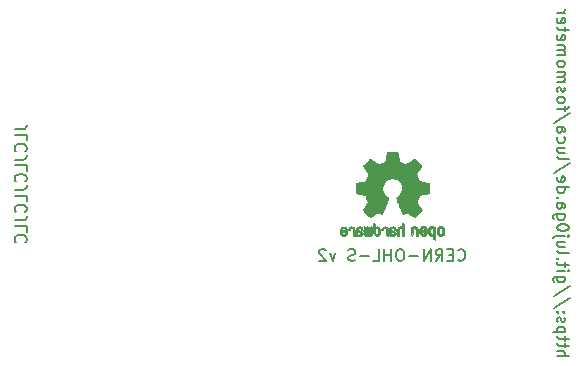
<source format=gbo>
G04 #@! TF.GenerationSoftware,KiCad,Pcbnew,7.0.10*
G04 #@! TF.CreationDate,2024-01-04T17:22:19+01:00*
G04 #@! TF.ProjectId,fosmometer,666f736d-6f6d-4657-9465-722e6b696361,rev?*
G04 #@! TF.SameCoordinates,Original*
G04 #@! TF.FileFunction,Legend,Bot*
G04 #@! TF.FilePolarity,Positive*
%FSLAX46Y46*%
G04 Gerber Fmt 4.6, Leading zero omitted, Abs format (unit mm)*
G04 Created by KiCad (PCBNEW 7.0.10) date 2024-01-04 17:22:19*
%MOMM*%
%LPD*%
G01*
G04 APERTURE LIST*
%ADD10C,0.150000*%
%ADD11C,0.010000*%
%ADD12C,3.200000*%
%ADD13C,0.650000*%
%ADD14O,1.000000X2.100000*%
%ADD15O,1.000000X1.600000*%
%ADD16C,3.200000*%
%ADD17C,1.100000*%
%ADD18R,2.030000X1.730000*%
%ADD19O,2.030000X1.730000*%
%ADD20C,0.990600*%
G04 APERTURE END LIST*
D10*
X139071428Y-156444580D02*
X139119047Y-156492200D01*
X139119047Y-156492200D02*
X139261904Y-156539819D01*
X139261904Y-156539819D02*
X139357142Y-156539819D01*
X139357142Y-156539819D02*
X139499999Y-156492200D01*
X139499999Y-156492200D02*
X139595237Y-156396961D01*
X139595237Y-156396961D02*
X139642856Y-156301723D01*
X139642856Y-156301723D02*
X139690475Y-156111247D01*
X139690475Y-156111247D02*
X139690475Y-155968390D01*
X139690475Y-155968390D02*
X139642856Y-155777914D01*
X139642856Y-155777914D02*
X139595237Y-155682676D01*
X139595237Y-155682676D02*
X139499999Y-155587438D01*
X139499999Y-155587438D02*
X139357142Y-155539819D01*
X139357142Y-155539819D02*
X139261904Y-155539819D01*
X139261904Y-155539819D02*
X139119047Y-155587438D01*
X139119047Y-155587438D02*
X139071428Y-155635057D01*
X138642856Y-156016009D02*
X138309523Y-156016009D01*
X138166666Y-156539819D02*
X138642856Y-156539819D01*
X138642856Y-156539819D02*
X138642856Y-155539819D01*
X138642856Y-155539819D02*
X138166666Y-155539819D01*
X137166666Y-156539819D02*
X137499999Y-156063628D01*
X137738094Y-156539819D02*
X137738094Y-155539819D01*
X137738094Y-155539819D02*
X137357142Y-155539819D01*
X137357142Y-155539819D02*
X137261904Y-155587438D01*
X137261904Y-155587438D02*
X137214285Y-155635057D01*
X137214285Y-155635057D02*
X137166666Y-155730295D01*
X137166666Y-155730295D02*
X137166666Y-155873152D01*
X137166666Y-155873152D02*
X137214285Y-155968390D01*
X137214285Y-155968390D02*
X137261904Y-156016009D01*
X137261904Y-156016009D02*
X137357142Y-156063628D01*
X137357142Y-156063628D02*
X137738094Y-156063628D01*
X136738094Y-156539819D02*
X136738094Y-155539819D01*
X136738094Y-155539819D02*
X136166666Y-156539819D01*
X136166666Y-156539819D02*
X136166666Y-155539819D01*
X135690475Y-156158866D02*
X134928571Y-156158866D01*
X134261904Y-155539819D02*
X134071428Y-155539819D01*
X134071428Y-155539819D02*
X133976190Y-155587438D01*
X133976190Y-155587438D02*
X133880952Y-155682676D01*
X133880952Y-155682676D02*
X133833333Y-155873152D01*
X133833333Y-155873152D02*
X133833333Y-156206485D01*
X133833333Y-156206485D02*
X133880952Y-156396961D01*
X133880952Y-156396961D02*
X133976190Y-156492200D01*
X133976190Y-156492200D02*
X134071428Y-156539819D01*
X134071428Y-156539819D02*
X134261904Y-156539819D01*
X134261904Y-156539819D02*
X134357142Y-156492200D01*
X134357142Y-156492200D02*
X134452380Y-156396961D01*
X134452380Y-156396961D02*
X134499999Y-156206485D01*
X134499999Y-156206485D02*
X134499999Y-155873152D01*
X134499999Y-155873152D02*
X134452380Y-155682676D01*
X134452380Y-155682676D02*
X134357142Y-155587438D01*
X134357142Y-155587438D02*
X134261904Y-155539819D01*
X133404761Y-156539819D02*
X133404761Y-155539819D01*
X133404761Y-156016009D02*
X132833333Y-156016009D01*
X132833333Y-156539819D02*
X132833333Y-155539819D01*
X131880952Y-156539819D02*
X132357142Y-156539819D01*
X132357142Y-156539819D02*
X132357142Y-155539819D01*
X131547618Y-156158866D02*
X130785714Y-156158866D01*
X130357142Y-156492200D02*
X130214285Y-156539819D01*
X130214285Y-156539819D02*
X129976190Y-156539819D01*
X129976190Y-156539819D02*
X129880952Y-156492200D01*
X129880952Y-156492200D02*
X129833333Y-156444580D01*
X129833333Y-156444580D02*
X129785714Y-156349342D01*
X129785714Y-156349342D02*
X129785714Y-156254104D01*
X129785714Y-156254104D02*
X129833333Y-156158866D01*
X129833333Y-156158866D02*
X129880952Y-156111247D01*
X129880952Y-156111247D02*
X129976190Y-156063628D01*
X129976190Y-156063628D02*
X130166666Y-156016009D01*
X130166666Y-156016009D02*
X130261904Y-155968390D01*
X130261904Y-155968390D02*
X130309523Y-155920771D01*
X130309523Y-155920771D02*
X130357142Y-155825533D01*
X130357142Y-155825533D02*
X130357142Y-155730295D01*
X130357142Y-155730295D02*
X130309523Y-155635057D01*
X130309523Y-155635057D02*
X130261904Y-155587438D01*
X130261904Y-155587438D02*
X130166666Y-155539819D01*
X130166666Y-155539819D02*
X129928571Y-155539819D01*
X129928571Y-155539819D02*
X129785714Y-155587438D01*
X128690475Y-155873152D02*
X128452380Y-156539819D01*
X128452380Y-156539819D02*
X128214285Y-155873152D01*
X127880951Y-155635057D02*
X127833332Y-155587438D01*
X127833332Y-155587438D02*
X127738094Y-155539819D01*
X127738094Y-155539819D02*
X127499999Y-155539819D01*
X127499999Y-155539819D02*
X127404761Y-155587438D01*
X127404761Y-155587438D02*
X127357142Y-155635057D01*
X127357142Y-155635057D02*
X127309523Y-155730295D01*
X127309523Y-155730295D02*
X127309523Y-155825533D01*
X127309523Y-155825533D02*
X127357142Y-155968390D01*
X127357142Y-155968390D02*
X127928570Y-156539819D01*
X127928570Y-156539819D02*
X127309523Y-156539819D01*
X101539819Y-145380951D02*
X102254104Y-145380951D01*
X102254104Y-145380951D02*
X102396961Y-145333332D01*
X102396961Y-145333332D02*
X102492200Y-145238094D01*
X102492200Y-145238094D02*
X102539819Y-145095237D01*
X102539819Y-145095237D02*
X102539819Y-144999999D01*
X102539819Y-146333332D02*
X102539819Y-145857142D01*
X102539819Y-145857142D02*
X101539819Y-145857142D01*
X102444580Y-147238094D02*
X102492200Y-147190475D01*
X102492200Y-147190475D02*
X102539819Y-147047618D01*
X102539819Y-147047618D02*
X102539819Y-146952380D01*
X102539819Y-146952380D02*
X102492200Y-146809523D01*
X102492200Y-146809523D02*
X102396961Y-146714285D01*
X102396961Y-146714285D02*
X102301723Y-146666666D01*
X102301723Y-146666666D02*
X102111247Y-146619047D01*
X102111247Y-146619047D02*
X101968390Y-146619047D01*
X101968390Y-146619047D02*
X101777914Y-146666666D01*
X101777914Y-146666666D02*
X101682676Y-146714285D01*
X101682676Y-146714285D02*
X101587438Y-146809523D01*
X101587438Y-146809523D02*
X101539819Y-146952380D01*
X101539819Y-146952380D02*
X101539819Y-147047618D01*
X101539819Y-147047618D02*
X101587438Y-147190475D01*
X101587438Y-147190475D02*
X101635057Y-147238094D01*
X101539819Y-147952380D02*
X102254104Y-147952380D01*
X102254104Y-147952380D02*
X102396961Y-147904761D01*
X102396961Y-147904761D02*
X102492200Y-147809523D01*
X102492200Y-147809523D02*
X102539819Y-147666666D01*
X102539819Y-147666666D02*
X102539819Y-147571428D01*
X102539819Y-148904761D02*
X102539819Y-148428571D01*
X102539819Y-148428571D02*
X101539819Y-148428571D01*
X102444580Y-149809523D02*
X102492200Y-149761904D01*
X102492200Y-149761904D02*
X102539819Y-149619047D01*
X102539819Y-149619047D02*
X102539819Y-149523809D01*
X102539819Y-149523809D02*
X102492200Y-149380952D01*
X102492200Y-149380952D02*
X102396961Y-149285714D01*
X102396961Y-149285714D02*
X102301723Y-149238095D01*
X102301723Y-149238095D02*
X102111247Y-149190476D01*
X102111247Y-149190476D02*
X101968390Y-149190476D01*
X101968390Y-149190476D02*
X101777914Y-149238095D01*
X101777914Y-149238095D02*
X101682676Y-149285714D01*
X101682676Y-149285714D02*
X101587438Y-149380952D01*
X101587438Y-149380952D02*
X101539819Y-149523809D01*
X101539819Y-149523809D02*
X101539819Y-149619047D01*
X101539819Y-149619047D02*
X101587438Y-149761904D01*
X101587438Y-149761904D02*
X101635057Y-149809523D01*
X101539819Y-150523809D02*
X102254104Y-150523809D01*
X102254104Y-150523809D02*
X102396961Y-150476190D01*
X102396961Y-150476190D02*
X102492200Y-150380952D01*
X102492200Y-150380952D02*
X102539819Y-150238095D01*
X102539819Y-150238095D02*
X102539819Y-150142857D01*
X102539819Y-151476190D02*
X102539819Y-151000000D01*
X102539819Y-151000000D02*
X101539819Y-151000000D01*
X102444580Y-152380952D02*
X102492200Y-152333333D01*
X102492200Y-152333333D02*
X102539819Y-152190476D01*
X102539819Y-152190476D02*
X102539819Y-152095238D01*
X102539819Y-152095238D02*
X102492200Y-151952381D01*
X102492200Y-151952381D02*
X102396961Y-151857143D01*
X102396961Y-151857143D02*
X102301723Y-151809524D01*
X102301723Y-151809524D02*
X102111247Y-151761905D01*
X102111247Y-151761905D02*
X101968390Y-151761905D01*
X101968390Y-151761905D02*
X101777914Y-151809524D01*
X101777914Y-151809524D02*
X101682676Y-151857143D01*
X101682676Y-151857143D02*
X101587438Y-151952381D01*
X101587438Y-151952381D02*
X101539819Y-152095238D01*
X101539819Y-152095238D02*
X101539819Y-152190476D01*
X101539819Y-152190476D02*
X101587438Y-152333333D01*
X101587438Y-152333333D02*
X101635057Y-152380952D01*
X101539819Y-153095238D02*
X102254104Y-153095238D01*
X102254104Y-153095238D02*
X102396961Y-153047619D01*
X102396961Y-153047619D02*
X102492200Y-152952381D01*
X102492200Y-152952381D02*
X102539819Y-152809524D01*
X102539819Y-152809524D02*
X102539819Y-152714286D01*
X102539819Y-154047619D02*
X102539819Y-153571429D01*
X102539819Y-153571429D02*
X101539819Y-153571429D01*
X102444580Y-154952381D02*
X102492200Y-154904762D01*
X102492200Y-154904762D02*
X102539819Y-154761905D01*
X102539819Y-154761905D02*
X102539819Y-154666667D01*
X102539819Y-154666667D02*
X102492200Y-154523810D01*
X102492200Y-154523810D02*
X102396961Y-154428572D01*
X102396961Y-154428572D02*
X102301723Y-154380953D01*
X102301723Y-154380953D02*
X102111247Y-154333334D01*
X102111247Y-154333334D02*
X101968390Y-154333334D01*
X101968390Y-154333334D02*
X101777914Y-154380953D01*
X101777914Y-154380953D02*
X101682676Y-154428572D01*
X101682676Y-154428572D02*
X101587438Y-154523810D01*
X101587438Y-154523810D02*
X101539819Y-154666667D01*
X101539819Y-154666667D02*
X101539819Y-154761905D01*
X101539819Y-154761905D02*
X101587438Y-154904762D01*
X101587438Y-154904762D02*
X101635057Y-154952381D01*
X147460180Y-164619048D02*
X148460180Y-164619048D01*
X147460180Y-164190477D02*
X147983990Y-164190477D01*
X147983990Y-164190477D02*
X148079228Y-164238096D01*
X148079228Y-164238096D02*
X148126847Y-164333334D01*
X148126847Y-164333334D02*
X148126847Y-164476191D01*
X148126847Y-164476191D02*
X148079228Y-164571429D01*
X148079228Y-164571429D02*
X148031609Y-164619048D01*
X148126847Y-163857143D02*
X148126847Y-163476191D01*
X148460180Y-163714286D02*
X147603038Y-163714286D01*
X147603038Y-163714286D02*
X147507800Y-163666667D01*
X147507800Y-163666667D02*
X147460180Y-163571429D01*
X147460180Y-163571429D02*
X147460180Y-163476191D01*
X148126847Y-163285714D02*
X148126847Y-162904762D01*
X148460180Y-163142857D02*
X147603038Y-163142857D01*
X147603038Y-163142857D02*
X147507800Y-163095238D01*
X147507800Y-163095238D02*
X147460180Y-163000000D01*
X147460180Y-163000000D02*
X147460180Y-162904762D01*
X148126847Y-162571428D02*
X147126847Y-162571428D01*
X148079228Y-162571428D02*
X148126847Y-162476190D01*
X148126847Y-162476190D02*
X148126847Y-162285714D01*
X148126847Y-162285714D02*
X148079228Y-162190476D01*
X148079228Y-162190476D02*
X148031609Y-162142857D01*
X148031609Y-162142857D02*
X147936371Y-162095238D01*
X147936371Y-162095238D02*
X147650657Y-162095238D01*
X147650657Y-162095238D02*
X147555419Y-162142857D01*
X147555419Y-162142857D02*
X147507800Y-162190476D01*
X147507800Y-162190476D02*
X147460180Y-162285714D01*
X147460180Y-162285714D02*
X147460180Y-162476190D01*
X147460180Y-162476190D02*
X147507800Y-162571428D01*
X147507800Y-161714285D02*
X147460180Y-161619047D01*
X147460180Y-161619047D02*
X147460180Y-161428571D01*
X147460180Y-161428571D02*
X147507800Y-161333333D01*
X147507800Y-161333333D02*
X147603038Y-161285714D01*
X147603038Y-161285714D02*
X147650657Y-161285714D01*
X147650657Y-161285714D02*
X147745895Y-161333333D01*
X147745895Y-161333333D02*
X147793514Y-161428571D01*
X147793514Y-161428571D02*
X147793514Y-161571428D01*
X147793514Y-161571428D02*
X147841133Y-161666666D01*
X147841133Y-161666666D02*
X147936371Y-161714285D01*
X147936371Y-161714285D02*
X147983990Y-161714285D01*
X147983990Y-161714285D02*
X148079228Y-161666666D01*
X148079228Y-161666666D02*
X148126847Y-161571428D01*
X148126847Y-161571428D02*
X148126847Y-161428571D01*
X148126847Y-161428571D02*
X148079228Y-161333333D01*
X147555419Y-160857142D02*
X147507800Y-160809523D01*
X147507800Y-160809523D02*
X147460180Y-160857142D01*
X147460180Y-160857142D02*
X147507800Y-160904761D01*
X147507800Y-160904761D02*
X147555419Y-160857142D01*
X147555419Y-160857142D02*
X147460180Y-160857142D01*
X148079228Y-160857142D02*
X148031609Y-160809523D01*
X148031609Y-160809523D02*
X147983990Y-160857142D01*
X147983990Y-160857142D02*
X148031609Y-160904761D01*
X148031609Y-160904761D02*
X148079228Y-160857142D01*
X148079228Y-160857142D02*
X147983990Y-160857142D01*
X148507800Y-159666667D02*
X147222085Y-160523809D01*
X148507800Y-158619048D02*
X147222085Y-159476190D01*
X148126847Y-157857143D02*
X147317323Y-157857143D01*
X147317323Y-157857143D02*
X147222085Y-157904762D01*
X147222085Y-157904762D02*
X147174466Y-157952381D01*
X147174466Y-157952381D02*
X147126847Y-158047619D01*
X147126847Y-158047619D02*
X147126847Y-158190476D01*
X147126847Y-158190476D02*
X147174466Y-158285714D01*
X147507800Y-157857143D02*
X147460180Y-157952381D01*
X147460180Y-157952381D02*
X147460180Y-158142857D01*
X147460180Y-158142857D02*
X147507800Y-158238095D01*
X147507800Y-158238095D02*
X147555419Y-158285714D01*
X147555419Y-158285714D02*
X147650657Y-158333333D01*
X147650657Y-158333333D02*
X147936371Y-158333333D01*
X147936371Y-158333333D02*
X148031609Y-158285714D01*
X148031609Y-158285714D02*
X148079228Y-158238095D01*
X148079228Y-158238095D02*
X148126847Y-158142857D01*
X148126847Y-158142857D02*
X148126847Y-157952381D01*
X148126847Y-157952381D02*
X148079228Y-157857143D01*
X147460180Y-157380952D02*
X148126847Y-157380952D01*
X148460180Y-157380952D02*
X148412561Y-157428571D01*
X148412561Y-157428571D02*
X148364942Y-157380952D01*
X148364942Y-157380952D02*
X148412561Y-157333333D01*
X148412561Y-157333333D02*
X148460180Y-157380952D01*
X148460180Y-157380952D02*
X148364942Y-157380952D01*
X148126847Y-157047619D02*
X148126847Y-156666667D01*
X148460180Y-156904762D02*
X147603038Y-156904762D01*
X147603038Y-156904762D02*
X147507800Y-156857143D01*
X147507800Y-156857143D02*
X147460180Y-156761905D01*
X147460180Y-156761905D02*
X147460180Y-156666667D01*
X147555419Y-156333333D02*
X147507800Y-156285714D01*
X147507800Y-156285714D02*
X147460180Y-156333333D01*
X147460180Y-156333333D02*
X147507800Y-156380952D01*
X147507800Y-156380952D02*
X147555419Y-156333333D01*
X147555419Y-156333333D02*
X147460180Y-156333333D01*
X147460180Y-155714286D02*
X147507800Y-155809524D01*
X147507800Y-155809524D02*
X147603038Y-155857143D01*
X147603038Y-155857143D02*
X148460180Y-155857143D01*
X148126847Y-154904762D02*
X147460180Y-154904762D01*
X148126847Y-155333333D02*
X147603038Y-155333333D01*
X147603038Y-155333333D02*
X147507800Y-155285714D01*
X147507800Y-155285714D02*
X147460180Y-155190476D01*
X147460180Y-155190476D02*
X147460180Y-155047619D01*
X147460180Y-155047619D02*
X147507800Y-154952381D01*
X147507800Y-154952381D02*
X147555419Y-154904762D01*
X148126847Y-154428571D02*
X147269704Y-154428571D01*
X147269704Y-154428571D02*
X147174466Y-154476190D01*
X147174466Y-154476190D02*
X147126847Y-154571428D01*
X147126847Y-154571428D02*
X147126847Y-154619047D01*
X148460180Y-154428571D02*
X148412561Y-154476190D01*
X148412561Y-154476190D02*
X148364942Y-154428571D01*
X148364942Y-154428571D02*
X148412561Y-154380952D01*
X148412561Y-154380952D02*
X148460180Y-154428571D01*
X148460180Y-154428571D02*
X148364942Y-154428571D01*
X148460180Y-153761905D02*
X148460180Y-153666667D01*
X148460180Y-153666667D02*
X148412561Y-153571429D01*
X148412561Y-153571429D02*
X148364942Y-153523810D01*
X148364942Y-153523810D02*
X148269704Y-153476191D01*
X148269704Y-153476191D02*
X148079228Y-153428572D01*
X148079228Y-153428572D02*
X147841133Y-153428572D01*
X147841133Y-153428572D02*
X147650657Y-153476191D01*
X147650657Y-153476191D02*
X147555419Y-153523810D01*
X147555419Y-153523810D02*
X147507800Y-153571429D01*
X147507800Y-153571429D02*
X147460180Y-153666667D01*
X147460180Y-153666667D02*
X147460180Y-153761905D01*
X147460180Y-153761905D02*
X147507800Y-153857143D01*
X147507800Y-153857143D02*
X147555419Y-153904762D01*
X147555419Y-153904762D02*
X147650657Y-153952381D01*
X147650657Y-153952381D02*
X147841133Y-154000000D01*
X147841133Y-154000000D02*
X148079228Y-154000000D01*
X148079228Y-154000000D02*
X148269704Y-153952381D01*
X148269704Y-153952381D02*
X148364942Y-153904762D01*
X148364942Y-153904762D02*
X148412561Y-153857143D01*
X148412561Y-153857143D02*
X148460180Y-153761905D01*
X148126847Y-152571429D02*
X147317323Y-152571429D01*
X147317323Y-152571429D02*
X147222085Y-152619048D01*
X147222085Y-152619048D02*
X147174466Y-152666667D01*
X147174466Y-152666667D02*
X147126847Y-152761905D01*
X147126847Y-152761905D02*
X147126847Y-152904762D01*
X147126847Y-152904762D02*
X147174466Y-153000000D01*
X147507800Y-152571429D02*
X147460180Y-152666667D01*
X147460180Y-152666667D02*
X147460180Y-152857143D01*
X147460180Y-152857143D02*
X147507800Y-152952381D01*
X147507800Y-152952381D02*
X147555419Y-153000000D01*
X147555419Y-153000000D02*
X147650657Y-153047619D01*
X147650657Y-153047619D02*
X147936371Y-153047619D01*
X147936371Y-153047619D02*
X148031609Y-153000000D01*
X148031609Y-153000000D02*
X148079228Y-152952381D01*
X148079228Y-152952381D02*
X148126847Y-152857143D01*
X148126847Y-152857143D02*
X148126847Y-152666667D01*
X148126847Y-152666667D02*
X148079228Y-152571429D01*
X147460180Y-151666667D02*
X147983990Y-151666667D01*
X147983990Y-151666667D02*
X148079228Y-151714286D01*
X148079228Y-151714286D02*
X148126847Y-151809524D01*
X148126847Y-151809524D02*
X148126847Y-152000000D01*
X148126847Y-152000000D02*
X148079228Y-152095238D01*
X147507800Y-151666667D02*
X147460180Y-151761905D01*
X147460180Y-151761905D02*
X147460180Y-152000000D01*
X147460180Y-152000000D02*
X147507800Y-152095238D01*
X147507800Y-152095238D02*
X147603038Y-152142857D01*
X147603038Y-152142857D02*
X147698276Y-152142857D01*
X147698276Y-152142857D02*
X147793514Y-152095238D01*
X147793514Y-152095238D02*
X147841133Y-152000000D01*
X147841133Y-152000000D02*
X147841133Y-151761905D01*
X147841133Y-151761905D02*
X147888752Y-151666667D01*
X147555419Y-151190476D02*
X147507800Y-151142857D01*
X147507800Y-151142857D02*
X147460180Y-151190476D01*
X147460180Y-151190476D02*
X147507800Y-151238095D01*
X147507800Y-151238095D02*
X147555419Y-151190476D01*
X147555419Y-151190476D02*
X147460180Y-151190476D01*
X147460180Y-150285715D02*
X148460180Y-150285715D01*
X147507800Y-150285715D02*
X147460180Y-150380953D01*
X147460180Y-150380953D02*
X147460180Y-150571429D01*
X147460180Y-150571429D02*
X147507800Y-150666667D01*
X147507800Y-150666667D02*
X147555419Y-150714286D01*
X147555419Y-150714286D02*
X147650657Y-150761905D01*
X147650657Y-150761905D02*
X147936371Y-150761905D01*
X147936371Y-150761905D02*
X148031609Y-150714286D01*
X148031609Y-150714286D02*
X148079228Y-150666667D01*
X148079228Y-150666667D02*
X148126847Y-150571429D01*
X148126847Y-150571429D02*
X148126847Y-150380953D01*
X148126847Y-150380953D02*
X148079228Y-150285715D01*
X147507800Y-149428572D02*
X147460180Y-149523810D01*
X147460180Y-149523810D02*
X147460180Y-149714286D01*
X147460180Y-149714286D02*
X147507800Y-149809524D01*
X147507800Y-149809524D02*
X147603038Y-149857143D01*
X147603038Y-149857143D02*
X147983990Y-149857143D01*
X147983990Y-149857143D02*
X148079228Y-149809524D01*
X148079228Y-149809524D02*
X148126847Y-149714286D01*
X148126847Y-149714286D02*
X148126847Y-149523810D01*
X148126847Y-149523810D02*
X148079228Y-149428572D01*
X148079228Y-149428572D02*
X147983990Y-149380953D01*
X147983990Y-149380953D02*
X147888752Y-149380953D01*
X147888752Y-149380953D02*
X147793514Y-149857143D01*
X148507800Y-148238096D02*
X147222085Y-149095238D01*
X147460180Y-147761905D02*
X147507800Y-147857143D01*
X147507800Y-147857143D02*
X147603038Y-147904762D01*
X147603038Y-147904762D02*
X148460180Y-147904762D01*
X148126847Y-146952381D02*
X147460180Y-146952381D01*
X148126847Y-147380952D02*
X147603038Y-147380952D01*
X147603038Y-147380952D02*
X147507800Y-147333333D01*
X147507800Y-147333333D02*
X147460180Y-147238095D01*
X147460180Y-147238095D02*
X147460180Y-147095238D01*
X147460180Y-147095238D02*
X147507800Y-147000000D01*
X147507800Y-147000000D02*
X147555419Y-146952381D01*
X147507800Y-146047619D02*
X147460180Y-146142857D01*
X147460180Y-146142857D02*
X147460180Y-146333333D01*
X147460180Y-146333333D02*
X147507800Y-146428571D01*
X147507800Y-146428571D02*
X147555419Y-146476190D01*
X147555419Y-146476190D02*
X147650657Y-146523809D01*
X147650657Y-146523809D02*
X147936371Y-146523809D01*
X147936371Y-146523809D02*
X148031609Y-146476190D01*
X148031609Y-146476190D02*
X148079228Y-146428571D01*
X148079228Y-146428571D02*
X148126847Y-146333333D01*
X148126847Y-146333333D02*
X148126847Y-146142857D01*
X148126847Y-146142857D02*
X148079228Y-146047619D01*
X147460180Y-145190476D02*
X147983990Y-145190476D01*
X147983990Y-145190476D02*
X148079228Y-145238095D01*
X148079228Y-145238095D02*
X148126847Y-145333333D01*
X148126847Y-145333333D02*
X148126847Y-145523809D01*
X148126847Y-145523809D02*
X148079228Y-145619047D01*
X147507800Y-145190476D02*
X147460180Y-145285714D01*
X147460180Y-145285714D02*
X147460180Y-145523809D01*
X147460180Y-145523809D02*
X147507800Y-145619047D01*
X147507800Y-145619047D02*
X147603038Y-145666666D01*
X147603038Y-145666666D02*
X147698276Y-145666666D01*
X147698276Y-145666666D02*
X147793514Y-145619047D01*
X147793514Y-145619047D02*
X147841133Y-145523809D01*
X147841133Y-145523809D02*
X147841133Y-145285714D01*
X147841133Y-145285714D02*
X147888752Y-145190476D01*
X148507800Y-144000000D02*
X147222085Y-144857142D01*
X148126847Y-143809523D02*
X148126847Y-143428571D01*
X147460180Y-143666666D02*
X148317323Y-143666666D01*
X148317323Y-143666666D02*
X148412561Y-143619047D01*
X148412561Y-143619047D02*
X148460180Y-143523809D01*
X148460180Y-143523809D02*
X148460180Y-143428571D01*
X147460180Y-142952380D02*
X147507800Y-143047618D01*
X147507800Y-143047618D02*
X147555419Y-143095237D01*
X147555419Y-143095237D02*
X147650657Y-143142856D01*
X147650657Y-143142856D02*
X147936371Y-143142856D01*
X147936371Y-143142856D02*
X148031609Y-143095237D01*
X148031609Y-143095237D02*
X148079228Y-143047618D01*
X148079228Y-143047618D02*
X148126847Y-142952380D01*
X148126847Y-142952380D02*
X148126847Y-142809523D01*
X148126847Y-142809523D02*
X148079228Y-142714285D01*
X148079228Y-142714285D02*
X148031609Y-142666666D01*
X148031609Y-142666666D02*
X147936371Y-142619047D01*
X147936371Y-142619047D02*
X147650657Y-142619047D01*
X147650657Y-142619047D02*
X147555419Y-142666666D01*
X147555419Y-142666666D02*
X147507800Y-142714285D01*
X147507800Y-142714285D02*
X147460180Y-142809523D01*
X147460180Y-142809523D02*
X147460180Y-142952380D01*
X147507800Y-142238094D02*
X147460180Y-142142856D01*
X147460180Y-142142856D02*
X147460180Y-141952380D01*
X147460180Y-141952380D02*
X147507800Y-141857142D01*
X147507800Y-141857142D02*
X147603038Y-141809523D01*
X147603038Y-141809523D02*
X147650657Y-141809523D01*
X147650657Y-141809523D02*
X147745895Y-141857142D01*
X147745895Y-141857142D02*
X147793514Y-141952380D01*
X147793514Y-141952380D02*
X147793514Y-142095237D01*
X147793514Y-142095237D02*
X147841133Y-142190475D01*
X147841133Y-142190475D02*
X147936371Y-142238094D01*
X147936371Y-142238094D02*
X147983990Y-142238094D01*
X147983990Y-142238094D02*
X148079228Y-142190475D01*
X148079228Y-142190475D02*
X148126847Y-142095237D01*
X148126847Y-142095237D02*
X148126847Y-141952380D01*
X148126847Y-141952380D02*
X148079228Y-141857142D01*
X147460180Y-141380951D02*
X148126847Y-141380951D01*
X148031609Y-141380951D02*
X148079228Y-141333332D01*
X148079228Y-141333332D02*
X148126847Y-141238094D01*
X148126847Y-141238094D02*
X148126847Y-141095237D01*
X148126847Y-141095237D02*
X148079228Y-140999999D01*
X148079228Y-140999999D02*
X147983990Y-140952380D01*
X147983990Y-140952380D02*
X147460180Y-140952380D01*
X147983990Y-140952380D02*
X148079228Y-140904761D01*
X148079228Y-140904761D02*
X148126847Y-140809523D01*
X148126847Y-140809523D02*
X148126847Y-140666666D01*
X148126847Y-140666666D02*
X148079228Y-140571427D01*
X148079228Y-140571427D02*
X147983990Y-140523808D01*
X147983990Y-140523808D02*
X147460180Y-140523808D01*
X147460180Y-139904761D02*
X147507800Y-139999999D01*
X147507800Y-139999999D02*
X147555419Y-140047618D01*
X147555419Y-140047618D02*
X147650657Y-140095237D01*
X147650657Y-140095237D02*
X147936371Y-140095237D01*
X147936371Y-140095237D02*
X148031609Y-140047618D01*
X148031609Y-140047618D02*
X148079228Y-139999999D01*
X148079228Y-139999999D02*
X148126847Y-139904761D01*
X148126847Y-139904761D02*
X148126847Y-139761904D01*
X148126847Y-139761904D02*
X148079228Y-139666666D01*
X148079228Y-139666666D02*
X148031609Y-139619047D01*
X148031609Y-139619047D02*
X147936371Y-139571428D01*
X147936371Y-139571428D02*
X147650657Y-139571428D01*
X147650657Y-139571428D02*
X147555419Y-139619047D01*
X147555419Y-139619047D02*
X147507800Y-139666666D01*
X147507800Y-139666666D02*
X147460180Y-139761904D01*
X147460180Y-139761904D02*
X147460180Y-139904761D01*
X147460180Y-139142856D02*
X148126847Y-139142856D01*
X148031609Y-139142856D02*
X148079228Y-139095237D01*
X148079228Y-139095237D02*
X148126847Y-138999999D01*
X148126847Y-138999999D02*
X148126847Y-138857142D01*
X148126847Y-138857142D02*
X148079228Y-138761904D01*
X148079228Y-138761904D02*
X147983990Y-138714285D01*
X147983990Y-138714285D02*
X147460180Y-138714285D01*
X147983990Y-138714285D02*
X148079228Y-138666666D01*
X148079228Y-138666666D02*
X148126847Y-138571428D01*
X148126847Y-138571428D02*
X148126847Y-138428571D01*
X148126847Y-138428571D02*
X148079228Y-138333332D01*
X148079228Y-138333332D02*
X147983990Y-138285713D01*
X147983990Y-138285713D02*
X147460180Y-138285713D01*
X147507800Y-137428571D02*
X147460180Y-137523809D01*
X147460180Y-137523809D02*
X147460180Y-137714285D01*
X147460180Y-137714285D02*
X147507800Y-137809523D01*
X147507800Y-137809523D02*
X147603038Y-137857142D01*
X147603038Y-137857142D02*
X147983990Y-137857142D01*
X147983990Y-137857142D02*
X148079228Y-137809523D01*
X148079228Y-137809523D02*
X148126847Y-137714285D01*
X148126847Y-137714285D02*
X148126847Y-137523809D01*
X148126847Y-137523809D02*
X148079228Y-137428571D01*
X148079228Y-137428571D02*
X147983990Y-137380952D01*
X147983990Y-137380952D02*
X147888752Y-137380952D01*
X147888752Y-137380952D02*
X147793514Y-137857142D01*
X148126847Y-137095237D02*
X148126847Y-136714285D01*
X148460180Y-136952380D02*
X147603038Y-136952380D01*
X147603038Y-136952380D02*
X147507800Y-136904761D01*
X147507800Y-136904761D02*
X147460180Y-136809523D01*
X147460180Y-136809523D02*
X147460180Y-136714285D01*
X147507800Y-135999999D02*
X147460180Y-136095237D01*
X147460180Y-136095237D02*
X147460180Y-136285713D01*
X147460180Y-136285713D02*
X147507800Y-136380951D01*
X147507800Y-136380951D02*
X147603038Y-136428570D01*
X147603038Y-136428570D02*
X147983990Y-136428570D01*
X147983990Y-136428570D02*
X148079228Y-136380951D01*
X148079228Y-136380951D02*
X148126847Y-136285713D01*
X148126847Y-136285713D02*
X148126847Y-136095237D01*
X148126847Y-136095237D02*
X148079228Y-135999999D01*
X148079228Y-135999999D02*
X147983990Y-135952380D01*
X147983990Y-135952380D02*
X147888752Y-135952380D01*
X147888752Y-135952380D02*
X147793514Y-136428570D01*
X147460180Y-135523808D02*
X148126847Y-135523808D01*
X147936371Y-135523808D02*
X148031609Y-135476189D01*
X148031609Y-135476189D02*
X148079228Y-135428570D01*
X148079228Y-135428570D02*
X148126847Y-135333332D01*
X148126847Y-135333332D02*
X148126847Y-135238094D01*
D11*
X130111501Y-153626476D02*
X130192167Y-153656440D01*
X130225714Y-153678954D01*
X130259687Y-153711212D01*
X130283919Y-153752246D01*
X130300001Y-153808108D01*
X130309521Y-153884851D01*
X130314068Y-153988525D01*
X130315231Y-154125184D01*
X130315003Y-154195805D01*
X130313860Y-154292308D01*
X130311919Y-154369323D01*
X130309365Y-154420319D01*
X130306381Y-154438769D01*
X130286962Y-154432667D01*
X130247766Y-154416095D01*
X130246589Y-154415558D01*
X130226235Y-154404903D01*
X130212546Y-154390282D01*
X130204199Y-154364673D01*
X130199874Y-154321054D01*
X130198248Y-154252403D01*
X130198000Y-154151698D01*
X130197500Y-154087813D01*
X130192164Y-153967751D01*
X130179945Y-153879809D01*
X130159552Y-153819375D01*
X130129695Y-153781836D01*
X130089082Y-153762581D01*
X130083448Y-153761239D01*
X130007378Y-153760191D01*
X129948052Y-153794271D01*
X129907077Y-153862598D01*
X129899770Y-153882351D01*
X129883114Y-153926066D01*
X129874679Y-153946155D01*
X129857356Y-153943387D01*
X129819525Y-153928365D01*
X129784240Y-153903556D01*
X129768154Y-153856670D01*
X129772952Y-153823087D01*
X129802431Y-153754967D01*
X129850098Y-153691134D01*
X129905839Y-153646988D01*
X129929193Y-153636782D01*
X130017619Y-153619718D01*
X130111501Y-153626476D01*
G36*
X130111501Y-153626476D02*
G01*
X130192167Y-153656440D01*
X130225714Y-153678954D01*
X130259687Y-153711212D01*
X130283919Y-153752246D01*
X130300001Y-153808108D01*
X130309521Y-153884851D01*
X130314068Y-153988525D01*
X130315231Y-154125184D01*
X130315003Y-154195805D01*
X130313860Y-154292308D01*
X130311919Y-154369323D01*
X130309365Y-154420319D01*
X130306381Y-154438769D01*
X130286962Y-154432667D01*
X130247766Y-154416095D01*
X130246589Y-154415558D01*
X130226235Y-154404903D01*
X130212546Y-154390282D01*
X130204199Y-154364673D01*
X130199874Y-154321054D01*
X130198248Y-154252403D01*
X130198000Y-154151698D01*
X130197500Y-154087813D01*
X130192164Y-153967751D01*
X130179945Y-153879809D01*
X130159552Y-153819375D01*
X130129695Y-153781836D01*
X130089082Y-153762581D01*
X130083448Y-153761239D01*
X130007378Y-153760191D01*
X129948052Y-153794271D01*
X129907077Y-153862598D01*
X129899770Y-153882351D01*
X129883114Y-153926066D01*
X129874679Y-153946155D01*
X129857356Y-153943387D01*
X129819525Y-153928365D01*
X129784240Y-153903556D01*
X129768154Y-153856670D01*
X129772952Y-153823087D01*
X129802431Y-153754967D01*
X129850098Y-153691134D01*
X129905839Y-153646988D01*
X129929193Y-153636782D01*
X130017619Y-153619718D01*
X130111501Y-153626476D01*
G37*
X135426372Y-153581684D02*
X135517629Y-153624569D01*
X135592416Y-153698729D01*
X135607917Y-153721944D01*
X135620774Y-153748256D01*
X135629893Y-153781420D01*
X135636102Y-153827881D01*
X135640233Y-153894082D01*
X135643116Y-153986468D01*
X135645579Y-154111485D01*
X135651697Y-154458278D01*
X135600303Y-154438738D01*
X135553246Y-154420787D01*
X135518015Y-154403511D01*
X135495017Y-154381242D01*
X135481655Y-154347165D01*
X135475328Y-154294463D01*
X135473437Y-154216323D01*
X135473385Y-154105928D01*
X135473117Y-154017935D01*
X135471521Y-153933502D01*
X135467712Y-153875834D01*
X135460820Y-153837988D01*
X135449975Y-153813024D01*
X135434308Y-153794000D01*
X135395792Y-153767153D01*
X135331091Y-153757034D01*
X135267081Y-153782606D01*
X135262856Y-153785880D01*
X135249689Y-153801007D01*
X135239975Y-153825268D01*
X135232903Y-153864650D01*
X135227656Y-153925141D01*
X135223421Y-154012729D01*
X135219385Y-154133402D01*
X135209615Y-154456515D01*
X135043539Y-154382065D01*
X135043539Y-154087062D01*
X135043883Y-154006919D01*
X135046847Y-153895431D01*
X135054351Y-153812421D01*
X135068190Y-153751199D01*
X135090155Y-153705075D01*
X135122039Y-153667358D01*
X135165633Y-153631358D01*
X135228336Y-153595089D01*
X135327117Y-153571412D01*
X135426372Y-153581684D01*
G36*
X135426372Y-153581684D02*
G01*
X135517629Y-153624569D01*
X135592416Y-153698729D01*
X135607917Y-153721944D01*
X135620774Y-153748256D01*
X135629893Y-153781420D01*
X135636102Y-153827881D01*
X135640233Y-153894082D01*
X135643116Y-153986468D01*
X135645579Y-154111485D01*
X135651697Y-154458278D01*
X135600303Y-154438738D01*
X135553246Y-154420787D01*
X135518015Y-154403511D01*
X135495017Y-154381242D01*
X135481655Y-154347165D01*
X135475328Y-154294463D01*
X135473437Y-154216323D01*
X135473385Y-154105928D01*
X135473117Y-154017935D01*
X135471521Y-153933502D01*
X135467712Y-153875834D01*
X135460820Y-153837988D01*
X135449975Y-153813024D01*
X135434308Y-153794000D01*
X135395792Y-153767153D01*
X135331091Y-153757034D01*
X135267081Y-153782606D01*
X135262856Y-153785880D01*
X135249689Y-153801007D01*
X135239975Y-153825268D01*
X135232903Y-153864650D01*
X135227656Y-153925141D01*
X135223421Y-154012729D01*
X135219385Y-154133402D01*
X135209615Y-154456515D01*
X135043539Y-154382065D01*
X135043539Y-154087062D01*
X135043883Y-154006919D01*
X135046847Y-153895431D01*
X135054351Y-153812421D01*
X135068190Y-153751199D01*
X135090155Y-153705075D01*
X135122039Y-153667358D01*
X135165633Y-153631358D01*
X135228336Y-153595089D01*
X135327117Y-153571412D01*
X135426372Y-153581684D01*
G37*
X132971892Y-153647167D02*
X132978060Y-153650581D01*
X133028447Y-153689692D01*
X133073498Y-153739975D01*
X133081355Y-153751339D01*
X133096376Y-153777860D01*
X133107107Y-153809336D01*
X133114486Y-153852591D01*
X133119452Y-153914449D01*
X133122942Y-154001733D01*
X133125893Y-154121269D01*
X133126311Y-154141478D01*
X133127654Y-154272499D01*
X133125761Y-154365296D01*
X133120605Y-154420507D01*
X133112158Y-154438769D01*
X133086594Y-154433301D01*
X133043166Y-154416733D01*
X133032940Y-154411888D01*
X133016967Y-154400920D01*
X133005954Y-154382890D01*
X132998750Y-154351396D01*
X132994208Y-154300036D01*
X132991180Y-154222410D01*
X132988516Y-154112115D01*
X132987785Y-154079875D01*
X132984965Y-153978050D01*
X132981304Y-153906788D01*
X132975694Y-153859332D01*
X132967029Y-153828925D01*
X132954202Y-153808810D01*
X132936105Y-153792229D01*
X132882525Y-153763161D01*
X132816612Y-153757564D01*
X132757635Y-153779807D01*
X132715203Y-153825859D01*
X132698923Y-153891692D01*
X132698470Y-153909587D01*
X132689578Y-153941982D01*
X132663325Y-153946925D01*
X132611919Y-153927633D01*
X132600013Y-153921446D01*
X132567835Y-153885058D01*
X132567198Y-153830954D01*
X132597856Y-153756128D01*
X132625978Y-153715350D01*
X132697883Y-153657421D01*
X132786638Y-153624670D01*
X132881542Y-153620212D01*
X132971892Y-153647167D01*
G36*
X132971892Y-153647167D02*
G01*
X132978060Y-153650581D01*
X133028447Y-153689692D01*
X133073498Y-153739975D01*
X133081355Y-153751339D01*
X133096376Y-153777860D01*
X133107107Y-153809336D01*
X133114486Y-153852591D01*
X133119452Y-153914449D01*
X133122942Y-154001733D01*
X133125893Y-154121269D01*
X133126311Y-154141478D01*
X133127654Y-154272499D01*
X133125761Y-154365296D01*
X133120605Y-154420507D01*
X133112158Y-154438769D01*
X133086594Y-154433301D01*
X133043166Y-154416733D01*
X133032940Y-154411888D01*
X133016967Y-154400920D01*
X133005954Y-154382890D01*
X132998750Y-154351396D01*
X132994208Y-154300036D01*
X132991180Y-154222410D01*
X132988516Y-154112115D01*
X132987785Y-154079875D01*
X132984965Y-153978050D01*
X132981304Y-153906788D01*
X132975694Y-153859332D01*
X132967029Y-153828925D01*
X132954202Y-153808810D01*
X132936105Y-153792229D01*
X132882525Y-153763161D01*
X132816612Y-153757564D01*
X132757635Y-153779807D01*
X132715203Y-153825859D01*
X132698923Y-153891692D01*
X132698470Y-153909587D01*
X132689578Y-153941982D01*
X132663325Y-153946925D01*
X132611919Y-153927633D01*
X132600013Y-153921446D01*
X132567835Y-153885058D01*
X132567198Y-153830954D01*
X132597856Y-153756128D01*
X132625978Y-153715350D01*
X132697883Y-153657421D01*
X132786638Y-153624670D01*
X132881542Y-153620212D01*
X132971892Y-153647167D01*
G37*
X134476923Y-153381806D02*
X134476923Y-153916455D01*
X134476660Y-154055094D01*
X134475958Y-154179805D01*
X134474883Y-154285557D01*
X134473500Y-154367322D01*
X134471874Y-154420069D01*
X134470070Y-154438769D01*
X134469364Y-154438706D01*
X134445387Y-154431912D01*
X134401685Y-154417320D01*
X134340154Y-154395870D01*
X134340154Y-154120617D01*
X134339763Y-154012466D01*
X134337946Y-153934026D01*
X134333767Y-153880647D01*
X134326286Y-153845256D01*
X134314567Y-153820779D01*
X134297671Y-153800144D01*
X134286152Y-153789170D01*
X134223864Y-153758775D01*
X134155211Y-153761466D01*
X134092298Y-153797406D01*
X134083139Y-153806325D01*
X134068471Y-153824844D01*
X134058433Y-153849326D01*
X134052151Y-153886393D01*
X134048748Y-153942667D01*
X134047349Y-154024771D01*
X134047077Y-154139329D01*
X134046947Y-154197430D01*
X134046099Y-154292993D01*
X134044594Y-154369526D01*
X134042585Y-154420345D01*
X134040223Y-154438769D01*
X134039518Y-154438706D01*
X134015541Y-154431912D01*
X133971839Y-154417320D01*
X133910308Y-154395870D01*
X133910338Y-154119358D01*
X133910384Y-154094742D01*
X133912970Y-153966419D01*
X133920913Y-153869384D01*
X133936155Y-153797057D01*
X133960636Y-153742855D01*
X133996298Y-153700198D01*
X134045082Y-153662505D01*
X134092661Y-153638910D01*
X134168732Y-153620672D01*
X134243556Y-153619636D01*
X134301077Y-153637378D01*
X134305402Y-153639829D01*
X134318738Y-153639566D01*
X134327851Y-153619039D01*
X134334428Y-153571980D01*
X134340154Y-153492120D01*
X134349923Y-153328236D01*
X134476923Y-153381806D01*
G36*
X134476923Y-153381806D02*
G01*
X134476923Y-153916455D01*
X134476660Y-154055094D01*
X134475958Y-154179805D01*
X134474883Y-154285557D01*
X134473500Y-154367322D01*
X134471874Y-154420069D01*
X134470070Y-154438769D01*
X134469364Y-154438706D01*
X134445387Y-154431912D01*
X134401685Y-154417320D01*
X134340154Y-154395870D01*
X134340154Y-154120617D01*
X134339763Y-154012466D01*
X134337946Y-153934026D01*
X134333767Y-153880647D01*
X134326286Y-153845256D01*
X134314567Y-153820779D01*
X134297671Y-153800144D01*
X134286152Y-153789170D01*
X134223864Y-153758775D01*
X134155211Y-153761466D01*
X134092298Y-153797406D01*
X134083139Y-153806325D01*
X134068471Y-153824844D01*
X134058433Y-153849326D01*
X134052151Y-153886393D01*
X134048748Y-153942667D01*
X134047349Y-154024771D01*
X134047077Y-154139329D01*
X134046947Y-154197430D01*
X134046099Y-154292993D01*
X134044594Y-154369526D01*
X134042585Y-154420345D01*
X134040223Y-154438769D01*
X134039518Y-154438706D01*
X134015541Y-154431912D01*
X133971839Y-154417320D01*
X133910308Y-154395870D01*
X133910338Y-154119358D01*
X133910384Y-154094742D01*
X133912970Y-153966419D01*
X133920913Y-153869384D01*
X133936155Y-153797057D01*
X133960636Y-153742855D01*
X133996298Y-153700198D01*
X134045082Y-153662505D01*
X134092661Y-153638910D01*
X134168732Y-153620672D01*
X134243556Y-153619636D01*
X134301077Y-153637378D01*
X134305402Y-153639829D01*
X134318738Y-153639566D01*
X134327851Y-153619039D01*
X134334428Y-153571980D01*
X134340154Y-153492120D01*
X134349923Y-153328236D01*
X134476923Y-153381806D01*
G37*
X131687998Y-153624034D02*
X131730850Y-153640829D01*
X131780615Y-153663503D01*
X131780615Y-154318533D01*
X131718785Y-154380363D01*
X131704662Y-154394228D01*
X131665536Y-154425046D01*
X131626078Y-154435028D01*
X131567362Y-154430433D01*
X131543456Y-154427462D01*
X131481801Y-154421176D01*
X131438692Y-154418672D01*
X131425905Y-154419055D01*
X131373446Y-154423200D01*
X131310022Y-154430433D01*
X131289730Y-154432918D01*
X131238610Y-154433895D01*
X131201207Y-154418462D01*
X131158599Y-154380363D01*
X131096769Y-154318533D01*
X131096769Y-153968343D01*
X131097251Y-153864857D01*
X131098753Y-153766192D01*
X131101089Y-153688068D01*
X131104071Y-153636662D01*
X131107509Y-153618154D01*
X131108230Y-153618204D01*
X131133203Y-153627413D01*
X131175399Y-153647707D01*
X131232549Y-153677261D01*
X131237928Y-153984746D01*
X131243308Y-154292231D01*
X131360539Y-154292231D01*
X131365885Y-153955192D01*
X131367579Y-153863574D01*
X131370005Y-153765649D01*
X131372634Y-153687906D01*
X131375246Y-153636642D01*
X131377623Y-153618154D01*
X131378306Y-153618219D01*
X131401996Y-153625020D01*
X131445546Y-153639604D01*
X131507077Y-153661054D01*
X131507376Y-153957104D01*
X131507676Y-154008532D01*
X131509754Y-154108466D01*
X131513470Y-154191925D01*
X131518430Y-154251377D01*
X131524240Y-154279287D01*
X131545024Y-154294214D01*
X131587440Y-154298825D01*
X131634077Y-154292231D01*
X131639423Y-153955192D01*
X131641336Y-153869546D01*
X131645303Y-153768172D01*
X131650491Y-153688655D01*
X131656499Y-153636736D01*
X131662927Y-153618154D01*
X131687998Y-153624034D01*
G36*
X131687998Y-153624034D02*
G01*
X131730850Y-153640829D01*
X131780615Y-153663503D01*
X131780615Y-154318533D01*
X131718785Y-154380363D01*
X131704662Y-154394228D01*
X131665536Y-154425046D01*
X131626078Y-154435028D01*
X131567362Y-154430433D01*
X131543456Y-154427462D01*
X131481801Y-154421176D01*
X131438692Y-154418672D01*
X131425905Y-154419055D01*
X131373446Y-154423200D01*
X131310022Y-154430433D01*
X131289730Y-154432918D01*
X131238610Y-154433895D01*
X131201207Y-154418462D01*
X131158599Y-154380363D01*
X131096769Y-154318533D01*
X131096769Y-153968343D01*
X131097251Y-153864857D01*
X131098753Y-153766192D01*
X131101089Y-153688068D01*
X131104071Y-153636662D01*
X131107509Y-153618154D01*
X131108230Y-153618204D01*
X131133203Y-153627413D01*
X131175399Y-153647707D01*
X131232549Y-153677261D01*
X131237928Y-153984746D01*
X131243308Y-154292231D01*
X131360539Y-154292231D01*
X131365885Y-153955192D01*
X131367579Y-153863574D01*
X131370005Y-153765649D01*
X131372634Y-153687906D01*
X131375246Y-153636642D01*
X131377623Y-153618154D01*
X131378306Y-153618219D01*
X131401996Y-153625020D01*
X131445546Y-153639604D01*
X131507077Y-153661054D01*
X131507376Y-153957104D01*
X131507676Y-154008532D01*
X131509754Y-154108466D01*
X131513470Y-154191925D01*
X131518430Y-154251377D01*
X131524240Y-154279287D01*
X131545024Y-154294214D01*
X131587440Y-154298825D01*
X131634077Y-154292231D01*
X131639423Y-153955192D01*
X131641336Y-153869546D01*
X131645303Y-153768172D01*
X131650491Y-153688655D01*
X131656499Y-153636736D01*
X131662927Y-153618154D01*
X131687998Y-153624034D01*
G37*
X137896154Y-154008923D02*
X137896135Y-154030105D01*
X137895076Y-154124584D01*
X137891436Y-154190414D01*
X137883892Y-154236394D01*
X137871122Y-154271321D01*
X137851803Y-154303995D01*
X137847050Y-154310775D01*
X137796759Y-154364231D01*
X137739457Y-154404547D01*
X137710032Y-154417629D01*
X137604299Y-154439450D01*
X137499734Y-154425336D01*
X137403368Y-154377105D01*
X137322235Y-154296579D01*
X137315385Y-154285791D01*
X137293097Y-154223153D01*
X137278079Y-154135935D01*
X137270792Y-154035210D01*
X137271611Y-153942037D01*
X137468796Y-153942037D01*
X137470349Y-154071114D01*
X137470974Y-154079420D01*
X137480077Y-154150643D01*
X137496288Y-154195809D01*
X137523660Y-154226752D01*
X137569553Y-154255737D01*
X137614942Y-154257261D01*
X137661692Y-154223846D01*
X137669824Y-154215053D01*
X137685754Y-154188741D01*
X137695159Y-154150520D01*
X137699632Y-154091349D01*
X137700769Y-154002182D01*
X137698822Y-153918664D01*
X137689105Y-153839095D01*
X137669047Y-153788808D01*
X137636240Y-153762513D01*
X137588280Y-153754923D01*
X137570016Y-153756432D01*
X137518848Y-153784107D01*
X137485035Y-153846172D01*
X137468796Y-153942037D01*
X137271611Y-153942037D01*
X137271699Y-153932052D01*
X137281262Y-153837533D01*
X137299943Y-153762727D01*
X137323951Y-153712905D01*
X137391536Y-153635409D01*
X137483114Y-153587256D01*
X137595213Y-153570703D01*
X137625151Y-153571599D01*
X137713315Y-153589929D01*
X137785733Y-153636104D01*
X137852192Y-153715648D01*
X137856147Y-153721548D01*
X137874040Y-153753288D01*
X137885678Y-153789163D01*
X137892371Y-153837906D01*
X137895426Y-153908249D01*
X137896106Y-154002182D01*
X137896154Y-154008923D01*
G36*
X137896154Y-154008923D02*
G01*
X137896135Y-154030105D01*
X137895076Y-154124584D01*
X137891436Y-154190414D01*
X137883892Y-154236394D01*
X137871122Y-154271321D01*
X137851803Y-154303995D01*
X137847050Y-154310775D01*
X137796759Y-154364231D01*
X137739457Y-154404547D01*
X137710032Y-154417629D01*
X137604299Y-154439450D01*
X137499734Y-154425336D01*
X137403368Y-154377105D01*
X137322235Y-154296579D01*
X137315385Y-154285791D01*
X137293097Y-154223153D01*
X137278079Y-154135935D01*
X137270792Y-154035210D01*
X137271611Y-153942037D01*
X137468796Y-153942037D01*
X137470349Y-154071114D01*
X137470974Y-154079420D01*
X137480077Y-154150643D01*
X137496288Y-154195809D01*
X137523660Y-154226752D01*
X137569553Y-154255737D01*
X137614942Y-154257261D01*
X137661692Y-154223846D01*
X137669824Y-154215053D01*
X137685754Y-154188741D01*
X137695159Y-154150520D01*
X137699632Y-154091349D01*
X137700769Y-154002182D01*
X137698822Y-153918664D01*
X137689105Y-153839095D01*
X137669047Y-153788808D01*
X137636240Y-153762513D01*
X137588280Y-153754923D01*
X137570016Y-153756432D01*
X137518848Y-153784107D01*
X137485035Y-153846172D01*
X137468796Y-153942037D01*
X137271611Y-153942037D01*
X137271699Y-153932052D01*
X137281262Y-153837533D01*
X137299943Y-153762727D01*
X137323951Y-153712905D01*
X137391536Y-153635409D01*
X137483114Y-153587256D01*
X137595213Y-153570703D01*
X137625151Y-153571599D01*
X137713315Y-153589929D01*
X137785733Y-153636104D01*
X137852192Y-153715648D01*
X137856147Y-153721548D01*
X137874040Y-153753288D01*
X137885678Y-153789163D01*
X137892371Y-153837906D01*
X137895426Y-153908249D01*
X137896106Y-154002182D01*
X137896154Y-154008923D01*
G37*
X129650794Y-154032376D02*
X129650413Y-154084449D01*
X129645641Y-154187047D01*
X129633150Y-154262126D01*
X129610121Y-154317748D01*
X129573732Y-154361975D01*
X129521162Y-154402869D01*
X129487714Y-154421466D01*
X129434098Y-154433991D01*
X129358780Y-154433003D01*
X129316672Y-154429035D01*
X129265879Y-154416920D01*
X129225280Y-154390585D01*
X129178049Y-154341514D01*
X129171738Y-154334346D01*
X129129277Y-154279189D01*
X129109018Y-154231150D01*
X129103846Y-154174184D01*
X129103846Y-154090471D01*
X129162346Y-154112552D01*
X129204994Y-154138364D01*
X129242064Y-154198928D01*
X129249803Y-154218320D01*
X129293074Y-154273235D01*
X129351976Y-154300879D01*
X129416111Y-154298393D01*
X129475077Y-154262923D01*
X129495342Y-154240805D01*
X129513720Y-154207436D01*
X129507971Y-154177117D01*
X129474887Y-154145913D01*
X129411261Y-154109887D01*
X129313885Y-154065103D01*
X129113615Y-153977445D01*
X129108301Y-153890607D01*
X129110299Y-153835296D01*
X129240783Y-153835296D01*
X129250688Y-153869538D01*
X129295756Y-153906096D01*
X129377557Y-153947692D01*
X129391092Y-153953718D01*
X129455818Y-153981753D01*
X129504247Y-154001472D01*
X129526751Y-154008923D01*
X129530161Y-154003438D01*
X129531529Y-153969948D01*
X129526651Y-153916116D01*
X129514364Y-153863473D01*
X129476041Y-153797151D01*
X129420720Y-153759780D01*
X129354640Y-153754721D01*
X129284040Y-153785339D01*
X129264474Y-153800648D01*
X129240783Y-153835296D01*
X129110299Y-153835296D01*
X129110647Y-153825663D01*
X129140186Y-153743590D01*
X129177472Y-153698361D01*
X129254776Y-153647838D01*
X129346478Y-153622316D01*
X129441274Y-153624336D01*
X129527859Y-153656440D01*
X129546920Y-153668767D01*
X129590640Y-153706912D01*
X129620540Y-153755167D01*
X129638968Y-153820710D01*
X129648270Y-153910720D01*
X129649499Y-153969948D01*
X129650794Y-154032376D01*
G36*
X129650794Y-154032376D02*
G01*
X129650413Y-154084449D01*
X129645641Y-154187047D01*
X129633150Y-154262126D01*
X129610121Y-154317748D01*
X129573732Y-154361975D01*
X129521162Y-154402869D01*
X129487714Y-154421466D01*
X129434098Y-154433991D01*
X129358780Y-154433003D01*
X129316672Y-154429035D01*
X129265879Y-154416920D01*
X129225280Y-154390585D01*
X129178049Y-154341514D01*
X129171738Y-154334346D01*
X129129277Y-154279189D01*
X129109018Y-154231150D01*
X129103846Y-154174184D01*
X129103846Y-154090471D01*
X129162346Y-154112552D01*
X129204994Y-154138364D01*
X129242064Y-154198928D01*
X129249803Y-154218320D01*
X129293074Y-154273235D01*
X129351976Y-154300879D01*
X129416111Y-154298393D01*
X129475077Y-154262923D01*
X129495342Y-154240805D01*
X129513720Y-154207436D01*
X129507971Y-154177117D01*
X129474887Y-154145913D01*
X129411261Y-154109887D01*
X129313885Y-154065103D01*
X129113615Y-153977445D01*
X129108301Y-153890607D01*
X129110299Y-153835296D01*
X129240783Y-153835296D01*
X129250688Y-153869538D01*
X129295756Y-153906096D01*
X129377557Y-153947692D01*
X129391092Y-153953718D01*
X129455818Y-153981753D01*
X129504247Y-154001472D01*
X129526751Y-154008923D01*
X129530161Y-154003438D01*
X129531529Y-153969948D01*
X129526651Y-153916116D01*
X129514364Y-153863473D01*
X129476041Y-153797151D01*
X129420720Y-153759780D01*
X129354640Y-153754721D01*
X129284040Y-153785339D01*
X129264474Y-153800648D01*
X129240783Y-153835296D01*
X129110299Y-153835296D01*
X129110647Y-153825663D01*
X129140186Y-153743590D01*
X129177472Y-153698361D01*
X129254776Y-153647838D01*
X129346478Y-153622316D01*
X129441274Y-153624336D01*
X129527859Y-153656440D01*
X129546920Y-153668767D01*
X129590640Y-153706912D01*
X129620540Y-153755167D01*
X129638968Y-153820710D01*
X129648270Y-153910720D01*
X129649499Y-153969948D01*
X129650794Y-154032376D01*
G37*
X132464401Y-154028462D02*
X132462839Y-154104652D01*
X132451810Y-154208507D01*
X132427814Y-154286333D01*
X132388043Y-154345760D01*
X132329688Y-154394418D01*
X132274100Y-154422546D01*
X132180751Y-154438199D01*
X132087530Y-154421084D01*
X132003272Y-154373388D01*
X131936818Y-154297294D01*
X131928793Y-154283262D01*
X131918196Y-154258679D01*
X131910335Y-154227309D01*
X131904807Y-154183769D01*
X131901206Y-154122678D01*
X131899128Y-154038655D01*
X131899064Y-154031200D01*
X132034615Y-154031200D01*
X132035077Y-154102316D01*
X132037999Y-154166641D01*
X132045221Y-154208166D01*
X132058561Y-154236067D01*
X132079836Y-154259517D01*
X132084821Y-154264025D01*
X132148863Y-154297295D01*
X132216625Y-154293890D01*
X132279734Y-154254042D01*
X132298526Y-154233398D01*
X132314254Y-154206029D01*
X132323039Y-154168192D01*
X132326859Y-154110355D01*
X132327692Y-154022986D01*
X132327281Y-153956319D01*
X132324434Y-153891245D01*
X132317256Y-153849251D01*
X132303889Y-153821063D01*
X132282472Y-153797406D01*
X132269890Y-153786753D01*
X132204699Y-153758057D01*
X132136400Y-153762575D01*
X132077098Y-153800144D01*
X132064333Y-153815040D01*
X132048764Y-153843089D01*
X132039762Y-153882258D01*
X132035617Y-153941858D01*
X132034615Y-154031200D01*
X131899064Y-154031200D01*
X131898167Y-153926320D01*
X131897919Y-153780289D01*
X131897846Y-153326963D01*
X131961346Y-153353564D01*
X131978136Y-153360845D01*
X132004859Y-153377287D01*
X132020156Y-153402187D01*
X132028563Y-153445732D01*
X132034615Y-153518106D01*
X132040144Y-153583089D01*
X132047450Y-153625750D01*
X132057918Y-153641670D01*
X132073692Y-153637400D01*
X132113890Y-153622397D01*
X132185728Y-153618678D01*
X132263010Y-153632572D01*
X132329688Y-153662505D01*
X132366371Y-153690211D01*
X132413472Y-153744269D01*
X132443638Y-153813577D01*
X132459678Y-153905765D01*
X132464191Y-154022986D01*
X132464401Y-154028462D01*
G36*
X132464401Y-154028462D02*
G01*
X132462839Y-154104652D01*
X132451810Y-154208507D01*
X132427814Y-154286333D01*
X132388043Y-154345760D01*
X132329688Y-154394418D01*
X132274100Y-154422546D01*
X132180751Y-154438199D01*
X132087530Y-154421084D01*
X132003272Y-154373388D01*
X131936818Y-154297294D01*
X131928793Y-154283262D01*
X131918196Y-154258679D01*
X131910335Y-154227309D01*
X131904807Y-154183769D01*
X131901206Y-154122678D01*
X131899128Y-154038655D01*
X131899064Y-154031200D01*
X132034615Y-154031200D01*
X132035077Y-154102316D01*
X132037999Y-154166641D01*
X132045221Y-154208166D01*
X132058561Y-154236067D01*
X132079836Y-154259517D01*
X132084821Y-154264025D01*
X132148863Y-154297295D01*
X132216625Y-154293890D01*
X132279734Y-154254042D01*
X132298526Y-154233398D01*
X132314254Y-154206029D01*
X132323039Y-154168192D01*
X132326859Y-154110355D01*
X132327692Y-154022986D01*
X132327281Y-153956319D01*
X132324434Y-153891245D01*
X132317256Y-153849251D01*
X132303889Y-153821063D01*
X132282472Y-153797406D01*
X132269890Y-153786753D01*
X132204699Y-153758057D01*
X132136400Y-153762575D01*
X132077098Y-153800144D01*
X132064333Y-153815040D01*
X132048764Y-153843089D01*
X132039762Y-153882258D01*
X132035617Y-153941858D01*
X132034615Y-154031200D01*
X131899064Y-154031200D01*
X131898167Y-153926320D01*
X131897919Y-153780289D01*
X131897846Y-153326963D01*
X131961346Y-153353564D01*
X131978136Y-153360845D01*
X132004859Y-153377287D01*
X132020156Y-153402187D01*
X132028563Y-153445732D01*
X132034615Y-153518106D01*
X132040144Y-153583089D01*
X132047450Y-153625750D01*
X132057918Y-153641670D01*
X132073692Y-153637400D01*
X132113890Y-153622397D01*
X132185728Y-153618678D01*
X132263010Y-153632572D01*
X132329688Y-153662505D01*
X132366371Y-153690211D01*
X132413472Y-153744269D01*
X132443638Y-153813577D01*
X132459678Y-153905765D01*
X132464191Y-154022986D01*
X132464401Y-154028462D01*
G37*
X136410787Y-153953536D02*
X136404574Y-154101643D01*
X136401066Y-154133021D01*
X136374927Y-154244705D01*
X136327694Y-154329642D01*
X136255862Y-154394741D01*
X136251802Y-154397428D01*
X136160487Y-154435634D01*
X136065144Y-154439034D01*
X135973274Y-154409939D01*
X135892379Y-154350660D01*
X135829962Y-154263510D01*
X135828914Y-154261409D01*
X135808173Y-154207289D01*
X135792980Y-154145781D01*
X135784921Y-154088039D01*
X135785582Y-154045215D01*
X135796548Y-154028462D01*
X135806290Y-154029480D01*
X135852877Y-154048009D01*
X135905682Y-154082081D01*
X135950603Y-154121522D01*
X135973535Y-154156155D01*
X135997373Y-154203133D01*
X136046230Y-154245862D01*
X136102963Y-154262923D01*
X136123758Y-154257990D01*
X136164804Y-154233157D01*
X136200557Y-154198685D01*
X136215846Y-154167411D01*
X136215842Y-154167295D01*
X136198495Y-154152933D01*
X136152247Y-154127025D01*
X136084067Y-154093210D01*
X136000923Y-154055129D01*
X136000466Y-154054927D01*
X135910138Y-154014709D01*
X135849592Y-153985733D01*
X135812888Y-153963474D01*
X135794086Y-153943407D01*
X135787246Y-153921009D01*
X135786429Y-153891756D01*
X135792113Y-153836363D01*
X135985000Y-153836363D01*
X136004911Y-153853777D01*
X136054521Y-153879872D01*
X136055976Y-153880610D01*
X136114506Y-153908483D01*
X136166868Y-153930719D01*
X136200086Y-153940126D01*
X136213410Y-153927552D01*
X136215846Y-153884468D01*
X136205724Y-153830847D01*
X136170631Y-153782119D01*
X136119823Y-153756856D01*
X136063181Y-153759406D01*
X136010584Y-153794120D01*
X135989910Y-153818107D01*
X135985000Y-153836363D01*
X135792113Y-153836363D01*
X135793622Y-153821654D01*
X135829184Y-153726412D01*
X135888714Y-153651567D01*
X135965746Y-153599745D01*
X136053815Y-153573573D01*
X136146454Y-153575676D01*
X136237198Y-153608681D01*
X136319579Y-153675215D01*
X136365222Y-153741055D01*
X136398008Y-153835036D01*
X136403339Y-153884468D01*
X136410787Y-153953536D01*
G36*
X136410787Y-153953536D02*
G01*
X136404574Y-154101643D01*
X136401066Y-154133021D01*
X136374927Y-154244705D01*
X136327694Y-154329642D01*
X136255862Y-154394741D01*
X136251802Y-154397428D01*
X136160487Y-154435634D01*
X136065144Y-154439034D01*
X135973274Y-154409939D01*
X135892379Y-154350660D01*
X135829962Y-154263510D01*
X135828914Y-154261409D01*
X135808173Y-154207289D01*
X135792980Y-154145781D01*
X135784921Y-154088039D01*
X135785582Y-154045215D01*
X135796548Y-154028462D01*
X135806290Y-154029480D01*
X135852877Y-154048009D01*
X135905682Y-154082081D01*
X135950603Y-154121522D01*
X135973535Y-154156155D01*
X135997373Y-154203133D01*
X136046230Y-154245862D01*
X136102963Y-154262923D01*
X136123758Y-154257990D01*
X136164804Y-154233157D01*
X136200557Y-154198685D01*
X136215846Y-154167411D01*
X136215842Y-154167295D01*
X136198495Y-154152933D01*
X136152247Y-154127025D01*
X136084067Y-154093210D01*
X136000923Y-154055129D01*
X136000466Y-154054927D01*
X135910138Y-154014709D01*
X135849592Y-153985733D01*
X135812888Y-153963474D01*
X135794086Y-153943407D01*
X135787246Y-153921009D01*
X135786429Y-153891756D01*
X135792113Y-153836363D01*
X135985000Y-153836363D01*
X136004911Y-153853777D01*
X136054521Y-153879872D01*
X136055976Y-153880610D01*
X136114506Y-153908483D01*
X136166868Y-153930719D01*
X136200086Y-153940126D01*
X136213410Y-153927552D01*
X136215846Y-153884468D01*
X136205724Y-153830847D01*
X136170631Y-153782119D01*
X136119823Y-153756856D01*
X136063181Y-153759406D01*
X136010584Y-153794120D01*
X135989910Y-153818107D01*
X135985000Y-153836363D01*
X135792113Y-153836363D01*
X135793622Y-153821654D01*
X135829184Y-153726412D01*
X135888714Y-153651567D01*
X135965746Y-153599745D01*
X136053815Y-153573573D01*
X136146454Y-153575676D01*
X136237198Y-153608681D01*
X136319579Y-153675215D01*
X136365222Y-153741055D01*
X136398008Y-153835036D01*
X136403339Y-153884468D01*
X136410787Y-153953536D01*
G37*
X133620458Y-153639228D02*
X133687622Y-153678389D01*
X133717169Y-153708902D01*
X133773948Y-153800110D01*
X133793077Y-153899548D01*
X133793077Y-153967960D01*
X133730191Y-153941518D01*
X133686700Y-153914837D01*
X133652426Y-153859446D01*
X133648907Y-153848024D01*
X133611028Y-153789838D01*
X133553936Y-153758407D01*
X133488383Y-153757058D01*
X133425117Y-153789116D01*
X133415672Y-153797383D01*
X133384087Y-153833311D01*
X133378871Y-153864635D01*
X133402765Y-153895391D01*
X133458510Y-153929617D01*
X133548846Y-153971350D01*
X133554956Y-153973993D01*
X133655241Y-154020755D01*
X133723735Y-154062181D01*
X133765899Y-154103542D01*
X133787193Y-154150111D01*
X133793077Y-154207160D01*
X133785366Y-154270408D01*
X133746430Y-154351364D01*
X133677932Y-154409522D01*
X133628388Y-154426983D01*
X133558469Y-154436537D01*
X133490575Y-154434496D01*
X133442093Y-154420082D01*
X133436943Y-154416493D01*
X133423267Y-154391416D01*
X133432757Y-154347218D01*
X133449246Y-154312527D01*
X133475687Y-154298084D01*
X133525834Y-154298803D01*
X133595453Y-154294660D01*
X133640943Y-154266054D01*
X133656308Y-154213104D01*
X133656294Y-154211582D01*
X133646983Y-154180845D01*
X133615311Y-154152643D01*
X133553731Y-154120136D01*
X133469986Y-154080998D01*
X133414518Y-154059706D01*
X133382497Y-154061079D01*
X133367534Y-154089203D01*
X133363242Y-154148170D01*
X133363231Y-154242068D01*
X133362752Y-154300031D01*
X133360556Y-154371612D01*
X133356986Y-154420606D01*
X133352491Y-154438769D01*
X133351290Y-154438646D01*
X133325319Y-154428802D01*
X133282305Y-154408028D01*
X133222859Y-154377287D01*
X133229923Y-154100298D01*
X133230414Y-154081928D01*
X133236025Y-153952992D01*
X133245938Y-153855814D01*
X133262175Y-153783925D01*
X133286759Y-153730852D01*
X133321715Y-153690127D01*
X133369064Y-153655279D01*
X133369940Y-153654733D01*
X133446499Y-153626303D01*
X133535044Y-153621500D01*
X133620458Y-153639228D01*
G36*
X133620458Y-153639228D02*
G01*
X133687622Y-153678389D01*
X133717169Y-153708902D01*
X133773948Y-153800110D01*
X133793077Y-153899548D01*
X133793077Y-153967960D01*
X133730191Y-153941518D01*
X133686700Y-153914837D01*
X133652426Y-153859446D01*
X133648907Y-153848024D01*
X133611028Y-153789838D01*
X133553936Y-153758407D01*
X133488383Y-153757058D01*
X133425117Y-153789116D01*
X133415672Y-153797383D01*
X133384087Y-153833311D01*
X133378871Y-153864635D01*
X133402765Y-153895391D01*
X133458510Y-153929617D01*
X133548846Y-153971350D01*
X133554956Y-153973993D01*
X133655241Y-154020755D01*
X133723735Y-154062181D01*
X133765899Y-154103542D01*
X133787193Y-154150111D01*
X133793077Y-154207160D01*
X133785366Y-154270408D01*
X133746430Y-154351364D01*
X133677932Y-154409522D01*
X133628388Y-154426983D01*
X133558469Y-154436537D01*
X133490575Y-154434496D01*
X133442093Y-154420082D01*
X133436943Y-154416493D01*
X133423267Y-154391416D01*
X133432757Y-154347218D01*
X133449246Y-154312527D01*
X133475687Y-154298084D01*
X133525834Y-154298803D01*
X133595453Y-154294660D01*
X133640943Y-154266054D01*
X133656308Y-154213104D01*
X133656294Y-154211582D01*
X133646983Y-154180845D01*
X133615311Y-154152643D01*
X133553731Y-154120136D01*
X133469986Y-154080998D01*
X133414518Y-154059706D01*
X133382497Y-154061079D01*
X133367534Y-154089203D01*
X133363242Y-154148170D01*
X133363231Y-154242068D01*
X133362752Y-154300031D01*
X133360556Y-154371612D01*
X133356986Y-154420606D01*
X133352491Y-154438769D01*
X133351290Y-154438646D01*
X133325319Y-154428802D01*
X133282305Y-154408028D01*
X133222859Y-154377287D01*
X133229923Y-154100298D01*
X133230414Y-154081928D01*
X133236025Y-153952992D01*
X133245938Y-153855814D01*
X133262175Y-153783925D01*
X133286759Y-153730852D01*
X133321715Y-153690127D01*
X133369064Y-153655279D01*
X133369940Y-153654733D01*
X133446499Y-153626303D01*
X133535044Y-153621500D01*
X133620458Y-153639228D01*
G37*
X137147828Y-154098205D02*
X137149763Y-154248269D01*
X137150300Y-154291802D01*
X137152019Y-154437344D01*
X137152365Y-154548711D01*
X137150277Y-154629804D01*
X137144698Y-154684522D01*
X137134567Y-154716761D01*
X137118826Y-154730422D01*
X137096417Y-154729403D01*
X137066280Y-154717603D01*
X137027355Y-154698920D01*
X137019038Y-154694933D01*
X136984402Y-154675419D01*
X136966314Y-154652202D01*
X136959392Y-154613492D01*
X136958256Y-154547497D01*
X136958205Y-154429000D01*
X136836141Y-154429000D01*
X136761055Y-154425712D01*
X136702015Y-154412377D01*
X136652986Y-154385423D01*
X136649330Y-154382788D01*
X136599581Y-154338286D01*
X136564959Y-154284523D01*
X136543123Y-154214154D01*
X136531737Y-154119830D01*
X136528959Y-154013271D01*
X136723846Y-154013271D01*
X136723880Y-154031131D01*
X136725735Y-154111748D01*
X136731693Y-154164447D01*
X136743506Y-154198668D01*
X136762923Y-154223846D01*
X136764133Y-154225049D01*
X136811858Y-154257628D01*
X136858110Y-154254417D01*
X136910350Y-154214965D01*
X136923128Y-154201482D01*
X136941949Y-154173837D01*
X136952562Y-154137880D01*
X136957252Y-154083364D01*
X136958308Y-154000042D01*
X136957394Y-153949598D01*
X136947477Y-153857857D01*
X136924842Y-153797752D01*
X136887238Y-153764900D01*
X136832416Y-153754923D01*
X136809317Y-153757050D01*
X136769350Y-153778147D01*
X136742926Y-153825161D01*
X136728330Y-153902175D01*
X136723846Y-154013271D01*
X136528959Y-154013271D01*
X136528462Y-153994206D01*
X136529187Y-153902536D01*
X136532490Y-153833098D01*
X136539828Y-153784945D01*
X136552655Y-153748866D01*
X136572423Y-153715648D01*
X136590569Y-153690261D01*
X136656461Y-153621727D01*
X136731114Y-153584505D01*
X136824904Y-153572722D01*
X136932240Y-153584467D01*
X137025031Y-153626595D01*
X137098421Y-153700898D01*
X137103954Y-153708764D01*
X137116857Y-153729668D01*
X137126742Y-153753555D01*
X137134093Y-153785582D01*
X137139394Y-153830905D01*
X137143127Y-153894679D01*
X137145778Y-153982060D01*
X137146096Y-154000042D01*
X137147828Y-154098205D01*
G36*
X137147828Y-154098205D02*
G01*
X137149763Y-154248269D01*
X137150300Y-154291802D01*
X137152019Y-154437344D01*
X137152365Y-154548711D01*
X137150277Y-154629804D01*
X137144698Y-154684522D01*
X137134567Y-154716761D01*
X137118826Y-154730422D01*
X137096417Y-154729403D01*
X137066280Y-154717603D01*
X137027355Y-154698920D01*
X137019038Y-154694933D01*
X136984402Y-154675419D01*
X136966314Y-154652202D01*
X136959392Y-154613492D01*
X136958256Y-154547497D01*
X136958205Y-154429000D01*
X136836141Y-154429000D01*
X136761055Y-154425712D01*
X136702015Y-154412377D01*
X136652986Y-154385423D01*
X136649330Y-154382788D01*
X136599581Y-154338286D01*
X136564959Y-154284523D01*
X136543123Y-154214154D01*
X136531737Y-154119830D01*
X136528959Y-154013271D01*
X136723846Y-154013271D01*
X136723880Y-154031131D01*
X136725735Y-154111748D01*
X136731693Y-154164447D01*
X136743506Y-154198668D01*
X136762923Y-154223846D01*
X136764133Y-154225049D01*
X136811858Y-154257628D01*
X136858110Y-154254417D01*
X136910350Y-154214965D01*
X136923128Y-154201482D01*
X136941949Y-154173837D01*
X136952562Y-154137880D01*
X136957252Y-154083364D01*
X136958308Y-154000042D01*
X136957394Y-153949598D01*
X136947477Y-153857857D01*
X136924842Y-153797752D01*
X136887238Y-153764900D01*
X136832416Y-153754923D01*
X136809317Y-153757050D01*
X136769350Y-153778147D01*
X136742926Y-153825161D01*
X136728330Y-153902175D01*
X136723846Y-154013271D01*
X136528959Y-154013271D01*
X136528462Y-153994206D01*
X136529187Y-153902536D01*
X136532490Y-153833098D01*
X136539828Y-153784945D01*
X136552655Y-153748866D01*
X136572423Y-153715648D01*
X136590569Y-153690261D01*
X136656461Y-153621727D01*
X136731114Y-153584505D01*
X136824904Y-153572722D01*
X136932240Y-153584467D01*
X137025031Y-153626595D01*
X137098421Y-153700898D01*
X137103954Y-153708764D01*
X137116857Y-153729668D01*
X137126742Y-153753555D01*
X137134093Y-153785582D01*
X137139394Y-153830905D01*
X137143127Y-153894679D01*
X137145778Y-153982060D01*
X137146096Y-154000042D01*
X137147828Y-154098205D01*
G37*
X130763936Y-153619911D02*
X130805807Y-153630547D01*
X130844791Y-153657062D01*
X130894965Y-153706420D01*
X130927232Y-153741279D01*
X130960844Y-153786534D01*
X130976003Y-153828951D01*
X130979539Y-153882768D01*
X130979539Y-153970850D01*
X130919470Y-153939787D01*
X130871867Y-153901936D01*
X130839261Y-153850950D01*
X130833661Y-153837088D01*
X130790992Y-153783358D01*
X130731707Y-153756417D01*
X130667061Y-153759039D01*
X130608308Y-153794000D01*
X130583450Y-153822394D01*
X130568970Y-153858718D01*
X130584470Y-153891046D01*
X130632667Y-153923565D01*
X130716274Y-153960461D01*
X130728962Y-153965557D01*
X130805078Y-153998907D01*
X130870396Y-154031793D01*
X130911953Y-154057769D01*
X130953576Y-154104167D01*
X130981247Y-154178211D01*
X130978310Y-154257670D01*
X130945571Y-154332868D01*
X130883841Y-154394131D01*
X130833858Y-154420210D01*
X130737303Y-154438470D01*
X130683647Y-154436007D01*
X130633976Y-154422687D01*
X130614919Y-154394739D01*
X130622045Y-154348710D01*
X130624118Y-154342624D01*
X130640556Y-154310349D01*
X130667926Y-154298133D01*
X130720068Y-154298950D01*
X130756884Y-154300061D01*
X130799961Y-154290528D01*
X130829475Y-154262026D01*
X130846286Y-154226935D01*
X130848161Y-154190175D01*
X130848074Y-154189961D01*
X130826279Y-154170098D01*
X130779632Y-154141192D01*
X130719278Y-154108886D01*
X130656360Y-154078823D01*
X130602023Y-154056646D01*
X130567410Y-154048000D01*
X130562260Y-154056467D01*
X130555778Y-154096309D01*
X130551339Y-154161371D01*
X130549692Y-154243385D01*
X130549309Y-154300153D01*
X130547505Y-154371648D01*
X130544558Y-154420610D01*
X130540843Y-154438769D01*
X130521424Y-154432667D01*
X130482227Y-154416095D01*
X130432462Y-154393420D01*
X130432462Y-154102509D01*
X130432780Y-154027940D01*
X130435789Y-153914701D01*
X130443454Y-153830692D01*
X130457562Y-153769520D01*
X130479899Y-153724795D01*
X130512253Y-153690124D01*
X130556410Y-153659117D01*
X130612667Y-153633528D01*
X130716540Y-153618154D01*
X130763936Y-153619911D01*
G36*
X130763936Y-153619911D02*
G01*
X130805807Y-153630547D01*
X130844791Y-153657062D01*
X130894965Y-153706420D01*
X130927232Y-153741279D01*
X130960844Y-153786534D01*
X130976003Y-153828951D01*
X130979539Y-153882768D01*
X130979539Y-153970850D01*
X130919470Y-153939787D01*
X130871867Y-153901936D01*
X130839261Y-153850950D01*
X130833661Y-153837088D01*
X130790992Y-153783358D01*
X130731707Y-153756417D01*
X130667061Y-153759039D01*
X130608308Y-153794000D01*
X130583450Y-153822394D01*
X130568970Y-153858718D01*
X130584470Y-153891046D01*
X130632667Y-153923565D01*
X130716274Y-153960461D01*
X130728962Y-153965557D01*
X130805078Y-153998907D01*
X130870396Y-154031793D01*
X130911953Y-154057769D01*
X130953576Y-154104167D01*
X130981247Y-154178211D01*
X130978310Y-154257670D01*
X130945571Y-154332868D01*
X130883841Y-154394131D01*
X130833858Y-154420210D01*
X130737303Y-154438470D01*
X130683647Y-154436007D01*
X130633976Y-154422687D01*
X130614919Y-154394739D01*
X130622045Y-154348710D01*
X130624118Y-154342624D01*
X130640556Y-154310349D01*
X130667926Y-154298133D01*
X130720068Y-154298950D01*
X130756884Y-154300061D01*
X130799961Y-154290528D01*
X130829475Y-154262026D01*
X130846286Y-154226935D01*
X130848161Y-154190175D01*
X130848074Y-154189961D01*
X130826279Y-154170098D01*
X130779632Y-154141192D01*
X130719278Y-154108886D01*
X130656360Y-154078823D01*
X130602023Y-154056646D01*
X130567410Y-154048000D01*
X130562260Y-154056467D01*
X130555778Y-154096309D01*
X130551339Y-154161371D01*
X130549692Y-154243385D01*
X130549309Y-154300153D01*
X130547505Y-154371648D01*
X130544558Y-154420610D01*
X130540843Y-154438769D01*
X130521424Y-154432667D01*
X130482227Y-154416095D01*
X130432462Y-154393420D01*
X130432462Y-154102509D01*
X130432780Y-154027940D01*
X130435789Y-153914701D01*
X130443454Y-153830692D01*
X130457562Y-153769520D01*
X130479899Y-153724795D01*
X130512253Y-153690124D01*
X130556410Y-153659117D01*
X130612667Y-153633528D01*
X130716540Y-153618154D01*
X130763936Y-153619911D01*
G37*
X133517575Y-147287693D02*
X133653371Y-147287807D01*
X133755576Y-147288472D01*
X133829122Y-147290182D01*
X133878942Y-147293429D01*
X133909967Y-147298706D01*
X133927129Y-147306507D01*
X133935361Y-147317325D01*
X133939594Y-147331654D01*
X133939716Y-147332168D01*
X133946672Y-147365851D01*
X133959320Y-147430917D01*
X133976360Y-147520542D01*
X133996496Y-147627904D01*
X134018429Y-147746178D01*
X134020218Y-147755856D01*
X134042083Y-147870650D01*
X134062430Y-147971480D01*
X134079934Y-148052217D01*
X134093271Y-148106734D01*
X134101116Y-148128901D01*
X134101158Y-148128936D01*
X134125884Y-148141200D01*
X134176631Y-148161576D01*
X134242462Y-148185674D01*
X134246169Y-148186983D01*
X134330331Y-148218791D01*
X134428230Y-148258685D01*
X134519435Y-148298353D01*
X134669407Y-148366420D01*
X135001499Y-148139639D01*
X135024889Y-148123688D01*
X135125080Y-148055890D01*
X135214480Y-147996208D01*
X135287745Y-147948156D01*
X135339527Y-147915250D01*
X135364480Y-147901004D01*
X135381577Y-147904270D01*
X135420395Y-147929571D01*
X135480385Y-147979675D01*
X135563210Y-148055989D01*
X135670535Y-148159922D01*
X135680139Y-148169382D01*
X135765302Y-148254145D01*
X135840949Y-148330937D01*
X135902449Y-148394947D01*
X135945173Y-148441361D01*
X135964489Y-148465369D01*
X135964552Y-148465485D01*
X135967006Y-148483763D01*
X135957956Y-148513411D01*
X135935119Y-148558486D01*
X135896213Y-148623044D01*
X135838954Y-148711140D01*
X135761059Y-148826830D01*
X135747785Y-148846357D01*
X135680652Y-148945278D01*
X135621410Y-149032848D01*
X135573588Y-149103831D01*
X135540715Y-149152991D01*
X135526318Y-149175095D01*
X135525232Y-149179777D01*
X135532044Y-149214710D01*
X135552450Y-149271753D01*
X135583123Y-149341172D01*
X135624808Y-149431959D01*
X135671352Y-149539686D01*
X135710877Y-149637192D01*
X135720676Y-149662430D01*
X135746340Y-149726870D01*
X135765193Y-149771763D01*
X135773710Y-149788616D01*
X135783111Y-149789875D01*
X135825363Y-149797159D01*
X135894521Y-149809739D01*
X135983387Y-149826246D01*
X136084768Y-149845312D01*
X136191467Y-149865569D01*
X136296288Y-149885647D01*
X136392036Y-149904179D01*
X136471516Y-149919795D01*
X136527530Y-149931127D01*
X136552885Y-149936807D01*
X136557088Y-149938408D01*
X136567334Y-149947045D01*
X136574957Y-149965433D01*
X136580338Y-149998460D01*
X136583859Y-150051013D01*
X136585901Y-150127979D01*
X136586847Y-150234246D01*
X136587077Y-150374701D01*
X136587077Y-150801845D01*
X136484500Y-150822091D01*
X136472092Y-150824518D01*
X136406199Y-150837088D01*
X136315084Y-150854170D01*
X136209104Y-150873829D01*
X136098615Y-150894132D01*
X136055105Y-150902299D01*
X135957882Y-150922167D01*
X135876858Y-150940954D01*
X135819477Y-150956859D01*
X135793187Y-150968079D01*
X135781273Y-150986411D01*
X135759583Y-151034916D01*
X135737395Y-151097692D01*
X135729585Y-151121200D01*
X135700835Y-151198366D01*
X135663752Y-151289694D01*
X135624375Y-151380093D01*
X135603315Y-151427310D01*
X135573311Y-151497837D01*
X135552692Y-151550655D01*
X135545026Y-151576912D01*
X135545452Y-151578894D01*
X135559993Y-151606751D01*
X135592783Y-151660510D01*
X135640493Y-151734963D01*
X135699798Y-151824897D01*
X135767369Y-151925104D01*
X135989713Y-152251416D01*
X135697601Y-152544016D01*
X135669349Y-152572171D01*
X135582961Y-152656449D01*
X135505756Y-152729128D01*
X135442258Y-152786112D01*
X135396990Y-152823307D01*
X135374474Y-152836616D01*
X135350023Y-152826490D01*
X135298819Y-152797421D01*
X135226747Y-152752896D01*
X135139460Y-152696411D01*
X135042612Y-152631462D01*
X134947486Y-152567314D01*
X134861669Y-152510827D01*
X134791652Y-152466184D01*
X134742876Y-152436855D01*
X134720783Y-152426308D01*
X134719488Y-152426404D01*
X134690139Y-152436802D01*
X134638093Y-152461012D01*
X134573708Y-152494249D01*
X134573032Y-152494613D01*
X134487521Y-152537441D01*
X134428926Y-152558365D01*
X134392571Y-152558423D01*
X134373775Y-152538654D01*
X134365819Y-152519195D01*
X134344347Y-152467080D01*
X134311273Y-152386964D01*
X134268356Y-152283107D01*
X134217356Y-152159767D01*
X134160033Y-152021201D01*
X134098146Y-151871670D01*
X134042052Y-151735636D01*
X133984977Y-151596050D01*
X133934479Y-151471315D01*
X133892254Y-151365672D01*
X133859995Y-151283365D01*
X133839397Y-151228635D01*
X133832154Y-151205726D01*
X133845986Y-151184718D01*
X133884412Y-151149642D01*
X133938807Y-151108887D01*
X134069395Y-151002267D01*
X134186260Y-150866025D01*
X134271780Y-150716118D01*
X134325431Y-150556971D01*
X134346684Y-150393012D01*
X134335014Y-150228667D01*
X134289894Y-150068361D01*
X134210797Y-149916520D01*
X134097197Y-149777572D01*
X134037965Y-149723460D01*
X133896054Y-149627782D01*
X133744206Y-149565405D01*
X133586861Y-149534844D01*
X133428456Y-149534615D01*
X133273429Y-149563232D01*
X133126220Y-149619210D01*
X132991266Y-149701064D01*
X132873005Y-149807309D01*
X132775877Y-149936459D01*
X132704318Y-150087031D01*
X132662769Y-150257539D01*
X132655143Y-150339722D01*
X132665634Y-150517775D01*
X132712882Y-150686704D01*
X132795489Y-150843522D01*
X132912059Y-150985245D01*
X133061193Y-151108887D01*
X133113561Y-151147982D01*
X133152832Y-151183443D01*
X133167846Y-151205692D01*
X133161859Y-151225088D01*
X133142432Y-151277059D01*
X133111194Y-151357002D01*
X133069839Y-151460673D01*
X133020061Y-151583832D01*
X132963553Y-151722234D01*
X132902009Y-151871637D01*
X132846008Y-152007020D01*
X132788184Y-152146852D01*
X132736500Y-152271872D01*
X132692718Y-152377822D01*
X132658597Y-152460441D01*
X132635898Y-152515472D01*
X132626380Y-152538654D01*
X132626269Y-152538928D01*
X132607228Y-152558503D01*
X132570694Y-152558279D01*
X132511954Y-152537210D01*
X132426292Y-152494249D01*
X132419549Y-152490631D01*
X132355938Y-152458087D01*
X132305707Y-152435050D01*
X132279218Y-152426308D01*
X132257506Y-152436639D01*
X132208984Y-152465788D01*
X132139163Y-152510287D01*
X132053484Y-152566668D01*
X131957388Y-152631462D01*
X131862706Y-152694984D01*
X131775132Y-152751705D01*
X131702642Y-152796547D01*
X131650889Y-152826016D01*
X131625526Y-152836616D01*
X131621206Y-152835270D01*
X131591092Y-152814056D01*
X131539640Y-152770237D01*
X131471375Y-152707909D01*
X131390820Y-152631170D01*
X131302500Y-152544116D01*
X131010488Y-152251617D01*
X131465360Y-151582525D01*
X131396208Y-151432916D01*
X131396003Y-151432473D01*
X131354477Y-151337101D01*
X131312044Y-151230896D01*
X131277858Y-151136769D01*
X131272684Y-151121588D01*
X131246601Y-151051109D01*
X131223081Y-150996342D01*
X131206677Y-150968079D01*
X131199996Y-150964088D01*
X131159892Y-150950697D01*
X131091795Y-150933373D01*
X131003145Y-150913917D01*
X130901385Y-150894132D01*
X130870904Y-150888551D01*
X130760628Y-150868233D01*
X130657731Y-150849095D01*
X130572569Y-150833070D01*
X130515500Y-150822091D01*
X130412923Y-150801845D01*
X130412923Y-150374701D01*
X130412946Y-150322180D01*
X130413379Y-150194047D01*
X130414659Y-150098420D01*
X130417168Y-150030411D01*
X130421286Y-149985133D01*
X130427395Y-149957697D01*
X130435878Y-149943218D01*
X130447115Y-149936807D01*
X130457994Y-149934209D01*
X130502347Y-149925022D01*
X130573106Y-149910991D01*
X130663074Y-149893486D01*
X130765056Y-149873874D01*
X130871857Y-149853525D01*
X130976281Y-149833807D01*
X131071132Y-149816089D01*
X131149214Y-149801738D01*
X131203332Y-149792124D01*
X131226291Y-149788616D01*
X131227842Y-149786497D01*
X131240325Y-149759006D01*
X131261927Y-149706406D01*
X131289123Y-149637192D01*
X131326866Y-149543937D01*
X131373328Y-149436159D01*
X131416878Y-149341172D01*
X131426858Y-149319851D01*
X131454862Y-149253086D01*
X131471641Y-149201590D01*
X131473854Y-149175095D01*
X131472713Y-149173218D01*
X131454584Y-149145565D01*
X131418644Y-149091849D01*
X131368418Y-149017303D01*
X131307430Y-148927162D01*
X131239205Y-148826657D01*
X131162330Y-148712470D01*
X131104663Y-148623770D01*
X131065426Y-148558721D01*
X131042350Y-148513295D01*
X131033166Y-148483463D01*
X131035604Y-148465195D01*
X131036424Y-148463825D01*
X131058477Y-148437205D01*
X131103436Y-148388697D01*
X131166673Y-148323108D01*
X131243559Y-148245247D01*
X131329465Y-148159922D01*
X131418579Y-148073334D01*
X131505872Y-147991947D01*
X131570018Y-147937035D01*
X131612679Y-147907190D01*
X131635521Y-147901004D01*
X131638505Y-147902394D01*
X131669936Y-147921127D01*
X131726997Y-147957733D01*
X131804343Y-148008697D01*
X131896626Y-148070504D01*
X131998502Y-148139639D01*
X132330593Y-148366420D01*
X132480566Y-148298353D01*
X132484923Y-148296381D01*
X132577000Y-148256491D01*
X132674683Y-148216818D01*
X132757539Y-148185674D01*
X132757905Y-148185545D01*
X132823685Y-148161456D01*
X132874323Y-148141110D01*
X132898884Y-148128901D01*
X132899282Y-148128458D01*
X132907619Y-148103456D01*
X132921341Y-148046598D01*
X132939123Y-147964014D01*
X132959641Y-147861831D01*
X132981571Y-147746178D01*
X132982336Y-147742033D01*
X133004229Y-147624019D01*
X133024281Y-147517151D01*
X133041192Y-147428252D01*
X133053667Y-147364145D01*
X133060406Y-147331654D01*
X133060837Y-147329853D01*
X133065273Y-147315944D01*
X133074263Y-147305489D01*
X133092737Y-147297996D01*
X133125628Y-147292972D01*
X133177868Y-147289922D01*
X133254388Y-147288355D01*
X133360122Y-147287776D01*
X133500000Y-147287692D01*
X133517575Y-147287693D01*
G36*
X133517575Y-147287693D02*
G01*
X133653371Y-147287807D01*
X133755576Y-147288472D01*
X133829122Y-147290182D01*
X133878942Y-147293429D01*
X133909967Y-147298706D01*
X133927129Y-147306507D01*
X133935361Y-147317325D01*
X133939594Y-147331654D01*
X133939716Y-147332168D01*
X133946672Y-147365851D01*
X133959320Y-147430917D01*
X133976360Y-147520542D01*
X133996496Y-147627904D01*
X134018429Y-147746178D01*
X134020218Y-147755856D01*
X134042083Y-147870650D01*
X134062430Y-147971480D01*
X134079934Y-148052217D01*
X134093271Y-148106734D01*
X134101116Y-148128901D01*
X134101158Y-148128936D01*
X134125884Y-148141200D01*
X134176631Y-148161576D01*
X134242462Y-148185674D01*
X134246169Y-148186983D01*
X134330331Y-148218791D01*
X134428230Y-148258685D01*
X134519435Y-148298353D01*
X134669407Y-148366420D01*
X135001499Y-148139639D01*
X135024889Y-148123688D01*
X135125080Y-148055890D01*
X135214480Y-147996208D01*
X135287745Y-147948156D01*
X135339527Y-147915250D01*
X135364480Y-147901004D01*
X135381577Y-147904270D01*
X135420395Y-147929571D01*
X135480385Y-147979675D01*
X135563210Y-148055989D01*
X135670535Y-148159922D01*
X135680139Y-148169382D01*
X135765302Y-148254145D01*
X135840949Y-148330937D01*
X135902449Y-148394947D01*
X135945173Y-148441361D01*
X135964489Y-148465369D01*
X135964552Y-148465485D01*
X135967006Y-148483763D01*
X135957956Y-148513411D01*
X135935119Y-148558486D01*
X135896213Y-148623044D01*
X135838954Y-148711140D01*
X135761059Y-148826830D01*
X135747785Y-148846357D01*
X135680652Y-148945278D01*
X135621410Y-149032848D01*
X135573588Y-149103831D01*
X135540715Y-149152991D01*
X135526318Y-149175095D01*
X135525232Y-149179777D01*
X135532044Y-149214710D01*
X135552450Y-149271753D01*
X135583123Y-149341172D01*
X135624808Y-149431959D01*
X135671352Y-149539686D01*
X135710877Y-149637192D01*
X135720676Y-149662430D01*
X135746340Y-149726870D01*
X135765193Y-149771763D01*
X135773710Y-149788616D01*
X135783111Y-149789875D01*
X135825363Y-149797159D01*
X135894521Y-149809739D01*
X135983387Y-149826246D01*
X136084768Y-149845312D01*
X136191467Y-149865569D01*
X136296288Y-149885647D01*
X136392036Y-149904179D01*
X136471516Y-149919795D01*
X136527530Y-149931127D01*
X136552885Y-149936807D01*
X136557088Y-149938408D01*
X136567334Y-149947045D01*
X136574957Y-149965433D01*
X136580338Y-149998460D01*
X136583859Y-150051013D01*
X136585901Y-150127979D01*
X136586847Y-150234246D01*
X136587077Y-150374701D01*
X136587077Y-150801845D01*
X136484500Y-150822091D01*
X136472092Y-150824518D01*
X136406199Y-150837088D01*
X136315084Y-150854170D01*
X136209104Y-150873829D01*
X136098615Y-150894132D01*
X136055105Y-150902299D01*
X135957882Y-150922167D01*
X135876858Y-150940954D01*
X135819477Y-150956859D01*
X135793187Y-150968079D01*
X135781273Y-150986411D01*
X135759583Y-151034916D01*
X135737395Y-151097692D01*
X135729585Y-151121200D01*
X135700835Y-151198366D01*
X135663752Y-151289694D01*
X135624375Y-151380093D01*
X135603315Y-151427310D01*
X135573311Y-151497837D01*
X135552692Y-151550655D01*
X135545026Y-151576912D01*
X135545452Y-151578894D01*
X135559993Y-151606751D01*
X135592783Y-151660510D01*
X135640493Y-151734963D01*
X135699798Y-151824897D01*
X135767369Y-151925104D01*
X135989713Y-152251416D01*
X135697601Y-152544016D01*
X135669349Y-152572171D01*
X135582961Y-152656449D01*
X135505756Y-152729128D01*
X135442258Y-152786112D01*
X135396990Y-152823307D01*
X135374474Y-152836616D01*
X135350023Y-152826490D01*
X135298819Y-152797421D01*
X135226747Y-152752896D01*
X135139460Y-152696411D01*
X135042612Y-152631462D01*
X134947486Y-152567314D01*
X134861669Y-152510827D01*
X134791652Y-152466184D01*
X134742876Y-152436855D01*
X134720783Y-152426308D01*
X134719488Y-152426404D01*
X134690139Y-152436802D01*
X134638093Y-152461012D01*
X134573708Y-152494249D01*
X134573032Y-152494613D01*
X134487521Y-152537441D01*
X134428926Y-152558365D01*
X134392571Y-152558423D01*
X134373775Y-152538654D01*
X134365819Y-152519195D01*
X134344347Y-152467080D01*
X134311273Y-152386964D01*
X134268356Y-152283107D01*
X134217356Y-152159767D01*
X134160033Y-152021201D01*
X134098146Y-151871670D01*
X134042052Y-151735636D01*
X133984977Y-151596050D01*
X133934479Y-151471315D01*
X133892254Y-151365672D01*
X133859995Y-151283365D01*
X133839397Y-151228635D01*
X133832154Y-151205726D01*
X133845986Y-151184718D01*
X133884412Y-151149642D01*
X133938807Y-151108887D01*
X134069395Y-151002267D01*
X134186260Y-150866025D01*
X134271780Y-150716118D01*
X134325431Y-150556971D01*
X134346684Y-150393012D01*
X134335014Y-150228667D01*
X134289894Y-150068361D01*
X134210797Y-149916520D01*
X134097197Y-149777572D01*
X134037965Y-149723460D01*
X133896054Y-149627782D01*
X133744206Y-149565405D01*
X133586861Y-149534844D01*
X133428456Y-149534615D01*
X133273429Y-149563232D01*
X133126220Y-149619210D01*
X132991266Y-149701064D01*
X132873005Y-149807309D01*
X132775877Y-149936459D01*
X132704318Y-150087031D01*
X132662769Y-150257539D01*
X132655143Y-150339722D01*
X132665634Y-150517775D01*
X132712882Y-150686704D01*
X132795489Y-150843522D01*
X132912059Y-150985245D01*
X133061193Y-151108887D01*
X133113561Y-151147982D01*
X133152832Y-151183443D01*
X133167846Y-151205692D01*
X133161859Y-151225088D01*
X133142432Y-151277059D01*
X133111194Y-151357002D01*
X133069839Y-151460673D01*
X133020061Y-151583832D01*
X132963553Y-151722234D01*
X132902009Y-151871637D01*
X132846008Y-152007020D01*
X132788184Y-152146852D01*
X132736500Y-152271872D01*
X132692718Y-152377822D01*
X132658597Y-152460441D01*
X132635898Y-152515472D01*
X132626380Y-152538654D01*
X132626269Y-152538928D01*
X132607228Y-152558503D01*
X132570694Y-152558279D01*
X132511954Y-152537210D01*
X132426292Y-152494249D01*
X132419549Y-152490631D01*
X132355938Y-152458087D01*
X132305707Y-152435050D01*
X132279218Y-152426308D01*
X132257506Y-152436639D01*
X132208984Y-152465788D01*
X132139163Y-152510287D01*
X132053484Y-152566668D01*
X131957388Y-152631462D01*
X131862706Y-152694984D01*
X131775132Y-152751705D01*
X131702642Y-152796547D01*
X131650889Y-152826016D01*
X131625526Y-152836616D01*
X131621206Y-152835270D01*
X131591092Y-152814056D01*
X131539640Y-152770237D01*
X131471375Y-152707909D01*
X131390820Y-152631170D01*
X131302500Y-152544116D01*
X131010488Y-152251617D01*
X131465360Y-151582525D01*
X131396208Y-151432916D01*
X131396003Y-151432473D01*
X131354477Y-151337101D01*
X131312044Y-151230896D01*
X131277858Y-151136769D01*
X131272684Y-151121588D01*
X131246601Y-151051109D01*
X131223081Y-150996342D01*
X131206677Y-150968079D01*
X131199996Y-150964088D01*
X131159892Y-150950697D01*
X131091795Y-150933373D01*
X131003145Y-150913917D01*
X130901385Y-150894132D01*
X130870904Y-150888551D01*
X130760628Y-150868233D01*
X130657731Y-150849095D01*
X130572569Y-150833070D01*
X130515500Y-150822091D01*
X130412923Y-150801845D01*
X130412923Y-150374701D01*
X130412946Y-150322180D01*
X130413379Y-150194047D01*
X130414659Y-150098420D01*
X130417168Y-150030411D01*
X130421286Y-149985133D01*
X130427395Y-149957697D01*
X130435878Y-149943218D01*
X130447115Y-149936807D01*
X130457994Y-149934209D01*
X130502347Y-149925022D01*
X130573106Y-149910991D01*
X130663074Y-149893486D01*
X130765056Y-149873874D01*
X130871857Y-149853525D01*
X130976281Y-149833807D01*
X131071132Y-149816089D01*
X131149214Y-149801738D01*
X131203332Y-149792124D01*
X131226291Y-149788616D01*
X131227842Y-149786497D01*
X131240325Y-149759006D01*
X131261927Y-149706406D01*
X131289123Y-149637192D01*
X131326866Y-149543937D01*
X131373328Y-149436159D01*
X131416878Y-149341172D01*
X131426858Y-149319851D01*
X131454862Y-149253086D01*
X131471641Y-149201590D01*
X131473854Y-149175095D01*
X131472713Y-149173218D01*
X131454584Y-149145565D01*
X131418644Y-149091849D01*
X131368418Y-149017303D01*
X131307430Y-148927162D01*
X131239205Y-148826657D01*
X131162330Y-148712470D01*
X131104663Y-148623770D01*
X131065426Y-148558721D01*
X131042350Y-148513295D01*
X131033166Y-148483463D01*
X131035604Y-148465195D01*
X131036424Y-148463825D01*
X131058477Y-148437205D01*
X131103436Y-148388697D01*
X131166673Y-148323108D01*
X131243559Y-148245247D01*
X131329465Y-148159922D01*
X131418579Y-148073334D01*
X131505872Y-147991947D01*
X131570018Y-147937035D01*
X131612679Y-147907190D01*
X131635521Y-147901004D01*
X131638505Y-147902394D01*
X131669936Y-147921127D01*
X131726997Y-147957733D01*
X131804343Y-148008697D01*
X131896626Y-148070504D01*
X131998502Y-148139639D01*
X132330593Y-148366420D01*
X132480566Y-148298353D01*
X132484923Y-148296381D01*
X132577000Y-148256491D01*
X132674683Y-148216818D01*
X132757539Y-148185674D01*
X132757905Y-148185545D01*
X132823685Y-148161456D01*
X132874323Y-148141110D01*
X132898884Y-148128901D01*
X132899282Y-148128458D01*
X132907619Y-148103456D01*
X132921341Y-148046598D01*
X132939123Y-147964014D01*
X132959641Y-147861831D01*
X132981571Y-147746178D01*
X132982336Y-147742033D01*
X133004229Y-147624019D01*
X133024281Y-147517151D01*
X133041192Y-147428252D01*
X133053667Y-147364145D01*
X133060406Y-147331654D01*
X133060837Y-147329853D01*
X133065273Y-147315944D01*
X133074263Y-147305489D01*
X133092737Y-147297996D01*
X133125628Y-147292972D01*
X133177868Y-147289922D01*
X133254388Y-147288355D01*
X133360122Y-147287776D01*
X133500000Y-147287692D01*
X133517575Y-147287693D01*
G37*
%LPC*%
D12*
X105200000Y-128600000D02*
G75*
G03*
X102000000Y-128600000I-1600000J0D01*
G01*
X102000000Y-128600000D02*
G75*
G03*
X105200000Y-128600000I1600000J0D01*
G01*
X105200000Y-171400000D02*
G75*
G03*
X102000000Y-171400000I-1600000J0D01*
G01*
X102000000Y-171400000D02*
G75*
G03*
X105200000Y-171400000I1600000J0D01*
G01*
X148000000Y-128600000D02*
G75*
G03*
X144800000Y-128600000I-1600000J0D01*
G01*
X144800000Y-128600000D02*
G75*
G03*
X148000000Y-128600000I1600000J0D01*
G01*
X148000000Y-171400000D02*
G75*
G03*
X144800000Y-171400000I-1600000J0D01*
G01*
X144800000Y-171400000D02*
G75*
G03*
X148000000Y-171400000I1600000J0D01*
G01*
D13*
X122110000Y-169550000D03*
X127890000Y-169550000D03*
D14*
X120680000Y-169020000D03*
D15*
X120680000Y-173200000D03*
D14*
X129320000Y-169020000D03*
D15*
X129320000Y-173200000D03*
D16*
X146400000Y-128600000D03*
D13*
X127890000Y-130450000D03*
X122110000Y-130450000D03*
D14*
X129320000Y-130980000D03*
D15*
X129320000Y-126800000D03*
D14*
X120680000Y-130980000D03*
D15*
X120680000Y-126800000D03*
D17*
X115150000Y-147145000D03*
D18*
X112990000Y-142065000D03*
D19*
X112990000Y-144605000D03*
X112990000Y-147145000D03*
X112990000Y-149685000D03*
D16*
X103600000Y-128600000D03*
D20*
X135000000Y-142540000D03*
X133984000Y-137460000D03*
X136016000Y-137460000D03*
D16*
X146400000Y-171400000D03*
X103600000Y-171400000D03*
%LPD*%
M02*

</source>
